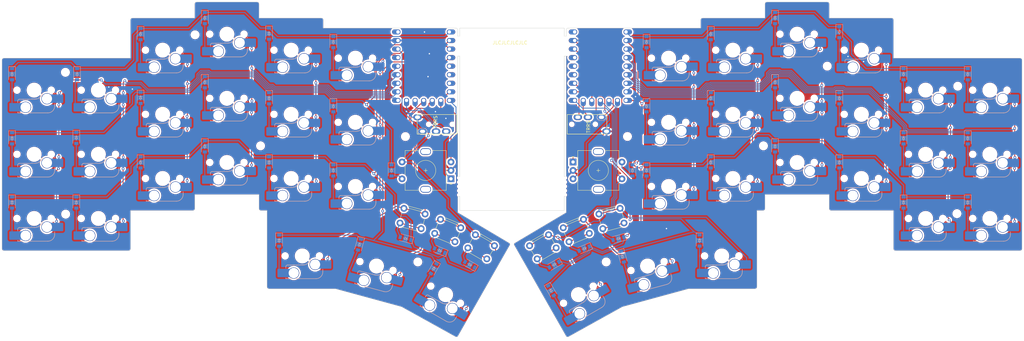
<source format=kicad_pcb>
(kicad_pcb (version 20221018) (generator pcbnew)
  (layers (0 "F.Cu" signal) (31 "B.Cu" signal) (34 "B.Paste" user) (35 "F.Paste" user) (36 "B.SilkS" user "B.Silkscreen") (37 "F.SilkS" user "F.Silkscreen") (38 "B.Mask" user) (39 "F.Mask" user) (44 "Edge.Cuts" user))
  (net 0 "")
  (net 1 "L_ROW1")
  (net 2 "Net-(D1-A)")
  (net 3 "Net-(D2-A)")
  (net 4 "Net-(D3-A)")
  (net 5 "Net-(D4-A)")
  (net 6 "Net-(D5-A)")
  (net 7 "Net-(D6-A)")
  (net 8 "L_ROW2")
  (net 9 "Net-(D7-A)")
  (net 10 "Net-(D8-A)")
  (net 11 "Net-(D9-A)")
  (net 12 "Net-(D10-A)")
  (net 13 "Net-(D11-A)")
  (net 14 "Net-(D12-A)")
  (net 15 "Net-(D13-A)")
  (net 16 "L_ROW3")
  (net 17 "Net-(D14-A)")
  (net 18 "Net-(D15-A)")
  (net 19 "Net-(D16-A)")
  (net 20 "Net-(D17-A)")
  (net 21 "Net-(D18-A)")
  (net 22 "Net-(D19-A)")
  (net 23 "Net-(D20-A)")
  (net 24 "Net-(D21-A)")
  (net 25 "Net-(D22-A)")
  (net 26 "L_ROW4")
  (net 27 "Net-(D23-A)")
  (net 28 "Net-(D24-A)")
  (net 29 "Net-(D25-A)")
  (net 30 "L_GND")
  (net 31 "L_TX")
  (net 32 "L_RX")
  (net 33 "L_VCC")
  (net 34 "L_COL1")
  (net 35 "L_COL2")
  (net 36 "L_COL3")
  (net 37 "L_COL4")
  (net 38 "L_COL5")
  (net 39 "L_COL6")
  (net 40 "L_ROTA")
  (net 41 "L_ROTB")
  (net 42 "L_COL9")
  (net 43 "L_COL7")
  (net 44 "L_COL8")
  (net 49 "R_ROW1")
  (net 50 "Net-(D26-A)")
  (net 51 "Net-(D27-A)")
  (net 52 "Net-(D28-A)")
  (net 53 "Net-(D29-A)")
  (net 54 "Net-(D30-A)")
  (net 55 "Net-(D31-A)")
  (net 56 "R_ROW2")
  (net 57 "Net-(D32-A)")
  (net 58 "Net-(D33-A)")
  (net 59 "Net-(D34-A)")
  (net 60 "Net-(D35-A)")
  (net 61 "Net-(D36-A)")
  (net 62 "Net-(D37-A)")
  (net 63 "Net-(D38-A)")
  (net 64 "R_ROW3")
  (net 65 "Net-(D39-A)")
  (net 66 "Net-(D40-A)")
  (net 67 "Net-(D41-A)")
  (net 68 "Net-(D42-A)")
  (net 69 "Net-(D43-A)")
  (net 70 "Net-(D44-A)")
  (net 71 "Net-(D45-A)")
  (net 72 "Net-(D46-A)")
  (net 73 "Net-(D47-A)")
  (net 74 "R_ROW4")
  (net 75 "Net-(D48-A)")
  (net 76 "Net-(D49-A)")
  (net 77 "Net-(D50-A)")
  (net 78 "R_GND")
  (net 79 "R_TX")
  (net 80 "R_RX")
  (net 81 "R_VCC")
  (net 82 "R_COL6")
  (net 83 "R_COL5")
  (net 84 "R_COL4")
  (net 85 "R_COL3")
  (net 86 "R_COL2")
  (net 87 "R_COL1")
  (net 88 "R_ROTA")
  (net 89 "R_ROTB")
  (net 90 "R_COL9")
  (net 91 "R_COL8")
  (net 92 "R_COL7")
  (footprint "sepp:SW_MX_HS_1u" (layer "F.Cu") (at 142.36665 62.327749)
    (fp_text reference "SW6" hide)
    (fp_text value "MX_SW_HS" hide)
  )
  (footprint "MountingHole:MountingHole_2.2mm_M2_DIN965" (layer "F.Cu") (at 56.391654 66.53775)
    (fp_text reference "H1" hide)
    (fp_text value "MountingHole")
  )
  (footprint "sepp:SW_MX_HS_1u" (layer "F.Cu") (at 123.316649 59.95275)
    (fp_text reference "SW5" hide)
    (fp_text value "MX_SW_HS" hide)
  )
  (footprint "sepp:SW_MX_HS_1u" (layer "F.Cu") (at 208.485599 132.552832 30)
    (fp_text reference "SW48" hide)
    (fp_text value "MX_SW_HS" hide)
  )
  (footprint "MountingHole:MountingHole_2.2mm_M2_DIN965" (layer "F.Cu") (at 320.716651 108.502751)
    (fp_text reference "H11" hide)
    (fp_text value "MountingHole" hide)
  )
  (footprint "sepp:SW_MX_HS_1u" (layer "F.Cu") (at 235.235599 62.327798)
    (fp_text reference "SW26" hide)
    (fp_text value "MX_SW_HS" hide)
  )
  (footprint "sepp:SW_MX_HS_1u" (layer "F.Cu") (at 250.985601 121.052829)
    (fp_text reference "SW50" hide)
    (fp_text value "MX_SW_HS" hide)
  )
  (footprint "sepp:SW_MX_HS_1u" (layer "F.Cu") (at 292.3856 79.002813)
    (fp_text reference "SW36" hide)
    (fp_text value "MX_SW_HS" hide)
  )
  (footprint "sepp:rp2040-zero-tht" (layer "F.Cu") (at 214.99496 64.709051)
    (fp_text reference "U2" hide)
    (fp_text value "rp2040-zero" hide)
  )
  (footprint "sepp:SW_MX_HS_1u" (layer "F.Cu") (at 142.366652 81.377754)
    (fp_text reference "SW12" hide)
    (fp_text value "MX_SW_HS" hide)
  )
  (footprint "sepp:SW_MX_HS_1u" (layer "F.Cu") (at 47.116653 90.877749)
    (fp_text reference "SW7" hide)
    (fp_text value "MX_SW_HS" hide)
  )
  (footprint "sepp:SW_MX_HS_1u" (layer "F.Cu") (at 311.435597 71.827799)
    (fp_text reference "SW30" hide)
    (fp_text value "MX_SW_HS" hide)
  )
  (footprint "sepp:SW_MX_HS_1u" (layer "F.Cu") (at 254.285599 79.002816)
    (fp_text reference "SW34" hide)
    (fp_text value "MX_SW_HS" hide)
  )
  (footprint "sepp:MJ-4PP-9" (layer "F.Cu") (at 172.579151 81.97313 -90)
    (fp_text reference "J1")
    (fp_text value "MJ-4PP-9" hide)
  )
  (footprint "sepp:actionswitch" (layer "F.Cu") (at 167.609458 110.202177 -22.5)
    (fp_text reference "SW21" hide)
    (fp_text value "actionswitch")
  )
  (footprint "sepp:SW_MX_HS_1u" (layer "F.Cu") (at 47.116653 71.82775)
    (fp_text reference "SW1" hide)
    (fp_text value "MX_SW_HS" hide)
  )
  (footprint "MountingHole:MountingHole_2.2mm_M2_DIN965" (layer "F.Cu") (at 160.881652 122.837747)
    (fp_text reference "H10" hide)
    (fp_text value "MountingHole")
  )
  (footprint "sepp:breakaway-mousebites" (layer "F.Cu") (at 173.345652 100.417753 90)
    (fp_text reference "H15" hide)
    (fp_text value "mousebites" hide)
  )
  (footprint "sepp:actionswitch" (layer "F.Cu") (at 194.013019 118.025273 30)
    (fp_text reference "SW39" hide)
    (fp_text value "actionswitch")
  )
  (footprint "sepp:SW_MX_HS_1u" (layer "F.Cu") (at 123.316653 79.00275)
    (fp_text reference "SW11" hide)
    (fp_text value "MX_SW_HS" hide)
  )
  (footprint "sepp:SW_MX_HS_1u" (layer "F.Cu") (at 273.335603 55.202797)
    (fp_text reference "SW28" hide)
    (fp_text value "MX_SW_HS" hide)
  )
  (footprint "MountingHole:MountingHole_2.2mm_M2_DIN965" (layer "F.Cu") (at 223.031252 85.588054)
    (fp_text reference "H4" hide)
    (fp_text value "MountingHole" hide)
  )
  (footprint "sepp:SW_MX_HS_1u" (layer "F.Cu") (at 330.485599 90.877813)
    (fp_text reference "SW38" hide)
    (fp_text value "MX_SW_HS" hide)
  )
  (footprint "sepp:breakaway-mousebites" (layer "F.Cu") (at 204.79165 100.402752 90)
    (fp_text reference "H16" hide)
    (fp_text value "mousebites" hide)
  )
  (footprint "sepp:SW_MX_HS_1u" (layer "F.Cu") (at 126.616649 121.052751)
    (fp_text reference "SW23" hide)
    (fp_text value "MX_SW_HS" hide)
  )
  (footprint "sepp:SW_MX_HS_1u" (layer "F.Cu") (at 142.366651 100.42775)
    (fp_text reference "SW19" hide)
    (fp_text value "MX_SW_HS" hide)
  )
  (footprint "sepp:breakaway-mousebites" (layer "F.Cu") (at 204.765503 58.727752 90)
    (fp_text reference "H14" hide)
    (fp_text value "mousebites" hide)
  )
  (footprint "sepp:SW_MX_HS_1u" (layer "F.Cu") (at 292.385594 59.952798)
    (fp_text reference "SW29" hide)
    (fp_text value "MX_SW_HS" hide)
  )
  (footprint "sepp:rp2040-zero-tht" (layer "F.Cu") (at 162.607279 64.709)
    (fp_text reference "U1" hide)
    (fp_text value "rp2040-zero" hide)
  )
  (footprint "sepp:SW_MX_HS_1u" (layer "F.Cu") (at 104.266652 55.20275)
    (fp_text reference "SW4" hide)
    (fp_text value "MX_SW_HS" hide)
  )
  (footprint "sepp:SW_MX_HS_1u" (layer "F.Cu") (at 66.166653 90.877752)
    (fp_text reference "SW8" hide)
    (fp_text value "MX_SW_HS" hide)
  )
  (footprint "MountingHole:MountingHole_2.2mm_M2_DIN965" (layer "F.Cu") (at 94.831651 55.39775)
    (fp_text reference "H5" hide)
    (fp_text value "MountingHole")
  )
  (footprint "MountingHole:MountingHole_2.2mm_M2_DIN965" (layer "F.Cu") (at 216.7206 122.83783)
    (fp_text reference "H3" hide)
    (fp_text value "MountingHole" hide)
  )
  (footprint "sepp:SW_MX_HS_1u" (layer "F.Cu") (at 228.9856 124.05283 15)
    (fp_text reference "SW49" hide)
    (fp_text value "MX_SW_HS" hide)
  )
  (footprint "sepp:actionswitch" (layer "F.Cu") (at 177.959959 114.775584 -30)
    (fp_text reference "SW22" hide)
    (fp_text value "actionswitch")
  )
  (footprint "MountingHole:MountingHole_2.2mm_M2_DIN965" (layer "F.Cu") (at 320.960673 70.662184)
    (fp_text reference "H7" hide)
    (fp_text value "MountingHole" hide)
  )
  (footprint "MountingHole:MountingHole_2.2mm_M2_DIN965" (layer "F.Cu") (at 282.265327 64.709052)
    (fp_text reference "H8" hide)
    (fp_text value "MountingHole" hide)
  )
  (footprint "sepp:SW_MX_HS_1u" (layer "F.Cu") (at 47.116649 109.927752)
    (fp_text reference "SW14" hide)
    (fp_text value "MX_SW_HS" hide)
  )
  (footprint "sepp:SW_MX_HS_1u" (layer "F.Cu") (at 104.266652 74.252753)
    (fp_text reference "SW10" hide)
    (fp_text value "MX_SW_HS" hide)
  )
  (footprint "sepp:SW_MX_HS_1u" (layer "F.Cu") (at 148.616652 124.05275 -15)
    (fp_text reference "SW24" hide)
    (fp_text value "MX_SW_HS" hide)
  )
  (footprint "sepp:SW_MX_HS_1u" (layer "F.Cu") (at 85.216651 79.00275)
    (fp_text reference "SW9" hide)
    (fp_text value "MX_SW_HS" hide)
  )
  (footprint "sepp:SW_MX_HS_1u" (layer "F.Cu") (at 104.266651 93.302749)
    (fp_text reference "SW17" hide)
    (fp_text value "MX_SW_HS" hide)
  )
  (footprint "sepp:SW_MX_HS_1u" (layer "F.Cu") (at 235.235597 100.42783)
    (fp_text reference "SW42" hide)
    (fp_text value "MX_SW_HS" hide)
  )
  (footprint "sepp:SW_MX_HS_1u" (layer "F.Cu") (at 85.216649 98.052755)
    (fp_text reference "SW16" hide)
    (fp_text value "MX_SW_HS" hide)
  )
  (footprint "sepp:RotaryEncoder_EC11" (layer "F.Cu") (at 163.202723 95.665327 180)
    (fp_text reference "SW13")
    (fp_text value "RotaryEncoder_Switch")
  )
  (footprint "sepp:SW_MX_HS_1u" (layer "F.Cu") (at 66.166651 109.927751)
    (fp_text reference "SW15" hide)
    (fp_text value "MX_SW_HS" hide)
  )
  (footprint "sepp:SW_MX_HS_1u" (layer "F.Cu") (at 311.4356 109.92783)
    (fp_text reference "SW46" hide)
    (fp_text value "MX_SW_HS" hide)
  )
  (footprint "sepp:actionswitch" (layer "F.Cu") (at 214.565001 108.61066 15)
    (fp_text reference "SW41" hide)
    (fp_text value "actionswitch")
  )
  (footprint "sepp:breakaway-mousebites" (layer "F.Cu") (at 173.345651 58.717752 90)
    (fp_text reference "H13" hide)
    (fp_text value "mousebites" hide)
  )
  (footprint "sepp:SW_MX_HS_1u" (layer "F.Cu") (at 292.385598 98.052833)
    (fp_text reference "SW45" hide)
    (fp_text value "MX_SW_HS" hide)
  )
  (footprint "sepp:actionswitch" (layer "F.Cu") (at 156.758958 106.928769 -15)
    (fp_text reference "SW20" hide)
    (fp_text value "actionswitch")
  )
  (footprint "sepp:actionswitch" (layer "F.Cu") (at 203.987954 112.688824 22.5)
    (fp_text reference "SW40" hide)
    (fp_text value "actionswitch")
  )
  (footprint "sepp:MJ-4PP-9" (layer "F.Cu") (at 205.022957 81.973048 90)
    (fp_text reference "J2")
    (fp_text value "MJ-4PP-9" hide)
  )
  (footprint "sepp:SW_MX_HS_1u" (layer "F.Cu") (at 235.235598 81.377816)
    (fp_text reference "SW33" hide)
    (fp_text value "MX_SW_HS" hide)
  )
  (footprint "sepp:SW_MX_HS_1u" (layer "F.Cu") (at 311.435599 90.877814)
    (fp_text reference "SW37" hide)
    (fp_text value "MX_SW_HS" hide)
  )
  (footprint "sepp:SW_MX_HS_1u" (layer "F.Cu") (at 273.335601 93.302834)
    (fp_text reference "SW44" hide)
    (fp_text value "MX_SW_HS" hide)
  )
  (footprint "sepp:SW_MX_HS_1u" (layer "F.Cu") (at 123.316653 98.05275)
    (fp_text reference "SW18" hide)
    (fp_text value "MX_SW_HS" hide)
  )
  (footprint "sepp:RotaryEncoder_EC11" (layer "F.Cu") (at 214.399599 95.665833)
    (fp_text reference "SW32")
    (fp_text value "RotaryEncoder_Switch")
  )
  (footprint "sepp:SW_MX_HS_1u" (layer "F.Cu") (at 330.485598 71.827798)
    (fp_text reference "SW31" hide)
    (fp_text value "MX_SW_HS" hide)
  )
  (footprint "sepp:SW_MX_HS_1u" (layer "F.Cu") (at 254.2856 59.952798)
    (fp_text reference "SW27" hide)
    (fp_text value "MX_SW_HS" hide)
  )
  (footprint "sepp:SW_MX_HS_1u" (layer "F.Cu") (at 273.3356 74.252813)
    (fp_text reference "SW35" hide)
    (fp_text value "MX_SW_HS" hide)
  )
  (footprint "sepp:SW_MX_HS_1u" (layer "F.Cu") (at 169.116653 132.552752 -30)
    (fp_text reference "SW25" hide)
    (fp_text value "MX_SW_HS" hide)
  )
  (footprint "sepp:SW_MX_HS_1u" (layer "F.Cu") (at 330.485599 109.927834)
    (fp_text reference "SW47" hide)
    (fp_text value "MX_SW_HS" hide)
  )
  (footprint "MountingHole:MountingHole_2.2mm_M2_DIN965" (layer "F.Cu") (at 157.202368 85.61161)
    (fp_text reference "H9" hide)
    (fp_text value "MountingHole")
  )
  (footprint "MountingHole:MountingHole_2.2mm_M2_DIN965" (layer "F.Cu") (at 114.251654 88.367751)
    (fp_text reference "H6" hide)
    (fp_text value "MountingHole")
  )
  (footprint "MountingHole:MountingHole_2.2mm_M2_DIN965" (layer "F.Cu") (at 56.461651 108.647748)
    (fp_text reference "H2" hide)
    (fp_text value "MountingHole")
  )
  (footprint "sepp:SW_MX_HS_1u" (layer "F.Cu") (at 85.216651 59.952751)
    (fp_text reference "SW3" hide)
    (fp_text value "MX_SW_HS" hide)
  )
  (footprint "sepp:SW_MX_HS_1u" (layer "F.Cu") (at 254.285601 98.05283)
    (fp_text reference "SW43" hide)
    (fp_text value "MX_SW_HS" hide)
  )
  (footprint "MountingHole:MountingHole_2.2mm_M2_DIN965" (layer "F.Cu") (at 263.350597 88.367816)
    (fp_text reference "H12" hide)
    (fp_text value "MountingHole" hide)
  )
  (footprint "sepp:SW_MX_HS_1u" (layer "F.Cu") (at 66.166653 71.827751)
    (fp_text reference "SW2" hide)
    (fp_text value "MX_SW_HS" hide)
  )
  (footprint "sepp:D_SOD-123" (layer "B.Cu") (at 221.5434 121.263785 -75)
    (fp_text reference "D49" hide)
    (fp_text value "1N4148W")
  )
  (footprint "sepp:D_SOD-123" (layer "B.Cu") (at 285.837204 54.588726 -90)
    (fp_text reference "D29" hide)
    (fp_text value "1N4148W")
  )
  (footprint "sepp:D_SOD-123" (layer "B.Cu") (at 116.768315 55.048105 -90)
    (fp_text reference "D5" hide)
    (fp_text value "1N4148W")
  )
  (footprint "sepp:D_SOD-123" (layer "B.Cu") (at 78.66828 93.284076 -90)
    (fp_text reference "D16" hide)
    (fp_text value "1N4148W")
  )
  (footprint "sepp:D_SOD-123" (layer "B.Cu") (at 228.687158 76.615313 -90)
    (fp_text reference "D33" hide)
    (fp_text value "1N4148W")
  )
  (footprint "sepp:D_SOD-123" (layer "B.Cu") (at 97.718299 88.521572 -90)
    (fp_text reference "D17" hide)
    (fp_text value "1N4148W")
  )
  (footprint "sepp:D_SOD-123" (layer "B.Cu") (at 153.082406 95.665327 -90)
    (fp_text reference "D13" hide)
    (fp_text value "1N4148W")
  )
  (footprint "sepp:D_SOD-123" (layer "B.Cu") (at 200.352528 131.361164 -60)
    (fp_text reference "D48" hide)
    (fp_text value "1N4148W")
  )
  (footprint "sepp:D_SOD-123" (layer "B.Cu") (at 165.583978 124.835663 -120)
    (fp_text reference "D25" hide)
    (fp_text value "1N4148W")
  )
  (footprint "sepp:D_SOD-123" (layer "B.Cu") (at 266.787189 50.421536 -90)
    (fp_text reference "D28" hide)
    (fp_text value "1N4148W")
  )
  (footprint "sepp:D_SOD-123" (layer "B.Cu") (at 323.937236 67.090302 -90)
    (fp_text reference "D31" hide)
    (fp_text value "1N4148W")
  )
  (footprint "sepp:D_SOD-123" (layer "B.Cu") (at 40.568249 67.090303 -90)
    (fp_text reference "D1" hide)
    (fp_text value "1N4148W")
  )
  (footprint "sepp:D_SOD-123" (layer "B.Cu") (at 59.851651 67.087753 -90)
    (fp_text reference "D2" hide)
    (fp_text value "1N4148W")
  )
  (footprint "sepp:D_SOD-123" (layer "B.Cu") (at 135.818329 76.615308 -90)
    (fp_text reference "D12" hide)
    (fp_text value "1N4148W")
  )
  (footprint "sepp:D_SOD-123" (layer "B.Cu") (at 78.66828 55.184046 -90)
    (fp_text reference "D3" hide)
    (fp_text value "1N4148W")
  )
  (footprint "sepp:D_SOD-123" (layer "B.Cu") (at 224.519965 95.665329 -90)
    (fp_text reference "D32" hide)
    (fp_text value "1N4148W")
  )
  (footprint "sepp:D_SOD-123" (layer "B.Cu") (at 201.30276 123.645036 -150)
    (fp_text reference "D39" hide)
    (fp_text value "1N4148W")
  )
  (footprint "sepp:D_SOD-123" (layer "B.Cu") (at 97.718297 69.471555 -90)
    (fp_text reference "D10" hide)
    (fp_text value "1N4148W")
  )
  (footprint "sepp:D_SOD-123" (layer "B.Cu") (at 210.232453 118.882532 -157.5)
    (fp_text reference "D40" hide)
    (fp_text value "1N4148W")
  )
  (footprint "sepp:D_SOD-123" (layer "B.Cu") (at 304.887219 105.190334 -90)
    (fp_text reference "D46" hide)
    (fp_text value "1N4148W")
  )
  (footprint "sepp:D_SOD-123" (layer "B.Cu") (at 59.618266 105.190335 -90)
    (fp_text reference "D15" hide)
    (fp_text value "1N4148W")
  )
  (footprint "sepp:D_SOD-123" (layer "B.Cu") (at 323.937237 105.190334 -90)
    (fp_text reference "D47" hide)
    (fp_text value "1N4148W")
  )
  (footprint "sepp:D_SOD-123" (layer "B.Cu") (at 59.618266 86.00438 -90)
    (fp_text reference "D8" hide)
    (fp_text value "1N4148W")
  )
  (footprint "sepp:D_SOD-123" (layer "B.Cu") (at 323.937237 86.140318 -90)
    (fp_text reference "D38" hide)
    (fp_text value "1N4148W")
  )
  (footprint "sepp:D_SOD-123" (layer "B.Cu") (at 304.887225 67.090303 -90)
    (fp_text reference "D30" hide)
    (fp_text value "1N4148W")
  )
  (footprint "sepp:D_SOD-123" (layer "B.Cu") (at 135.818329 95.665326 -90)
    (fp_text reference "D19" hide)
    (fp_text value "1N4148W")
  )
  (footprint "sepp:D_SOD-123" (layer "B.Cu") (at 143.557398 117.691905 -105)
    (fp_text reference "D24" hide)
    (fp_text value "1N4148W")
  )
  (footprint "sepp:D_SOD-123" (layer "B.Cu") (at 116.768313 74.234059 -90)
    (fp_text reference "D11" hide)
    (fp_text value "1N4148W")
  )
  (footprint "sepp:D_SOD-123" (layer "B.Cu") (at 176.299615 123.645039 150)
    (fp_text reference "D22" hide)
    (fp_text value "1N4148W")
  )
  (footprint "sepp:D_SOD-123" (layer "B.Cu") (at 244.405691 116.478338 -90)
    (fp_text reference "D50" hide)
    (fp_text value "1N4148W")
  )
  (footprint "sepp:D_SOD-123" (layer "B.Cu") (at 220.352775 115.905968 -165)
    (fp_text reference "D41" hide)
    (fp_text value "1N4148W")
  )
  (footprint "sepp:D_SOD-123" (layer "B.Cu") (at 228.687157 95.665327 -90)
    (fp_text reference "D42" hide)
    (fp_text value "1N4148W")
  )
  (footprint "sepp:D_SOD-123" (layer "B.Cu") (at 247.737172 74.23406 -90)
    (fp_text reference "D34" hide)
    (fp_text value "1N4148W")
  )
  (footprint "sepp:D_SOD-123" (layer "B.Cu") (at 304.887221 86.140321 -90)
    (fp_text reference "D37" hide)
    (fp_text value "1N4148W")
  )
  (footprint "sepp:D_SOD-123" (layer "B.Cu") (at 167.369918 119.477846 157.5)
    (fp_text reference "D21" hide)
    (fp_text value "1N4148W")
  )
  (footprint "sepp:D_SOD-123" (layer "B.Cu") (at 266.787189 88.52157 -90)
    (fp_text reference "D44" hide)
    (fp_text value "1N4148W")
  )
  (footprint "sepp:D_SOD-123" (layer "B.Cu") (at 228.687158 57.565294 -90)
    (fp_text reference "D26" hide)
    (fp_text value "1N4148W")
  )
  (footprint "sepp:D_SOD-123" (layer "B.Cu") (at 97.718297 50.421539 -90)
    (fp_text reference "D4" hide)
    (fp_text value "1N4148W")
  )
  (footprint "sepp:D_SOD-123" (layer "B.Cu") (at 78.66828 74.098118 -90)
    (fp_text reference "D9" hide)
    (fp_text value "1N4148W")
  )
  (footprint "sepp:D_SOD-123" (layer "B.Cu") (at 247.737173 55.184041 -90)
    (fp_text reference "D27" hide)
    (fp_text value "1N4148W")
  )
  (footprint "sepp:D_SOD-123" (layer "B.Cu") (at 285.8372 93.284075 -90)
    (fp_text reference "D45" hide)
    (fp_text value "1N4148W")
  )
  (footprint "sepp:D_SOD-123" (layer "B.Cu") (at 135.818327 57.565295 -90)
    (fp_text reference "D6" hide)
    (fp_text value "1N4148W")
  )
  (footprint "sepp:D_SOD-123" (layer "B.Cu") (at 247.737172 93.284072 -90)
    (fp_text reference "D43" hide)
    (fp_text value "1N4148W")
  )
  (footprint "sepp:D_SOD-123" (layer "B.Cu") (at 285.837206 74.234057 -90)
    (fp_text reference "D36" hide)
    (fp_text value "1N4148W")
  )
  (footprint "sepp:D_SOD-123" (layer "B.Cu") (at 157.249599 115.905969 165)
    (fp_text reference "D20" hide)
    (fp_text value "1N4148W")
  )
  (footprint "sepp:D_SOD-123" (layer "B.Cu") (at 266.787189 69.471553 -90)
    (fp_text reference "D35" hide)
    (fp_text value "1N4148W")
  )
  (footprint "sepp:D_SOD-123" (layer "B.Cu") (at 40.568249 86.140318 -90)
    (fp_text reference "D7" hide)
    (fp_text value "1N4148W")
  )
  (footprint "sepp:D_SOD-123" (layer "B.Cu") (at 119.744876 116.501281 -90)
    (fp_text reference "D23" hide)
    (fp_text value "1N4148W")
  )
  (footprint "sepp:D_SOD-123" (layer "B.Cu") (at 40.568248 105.190333 -90)
    (fp_text reference "D14" hide)
    (fp_text value "1N4148W")
  )
  (footprint "sepp:D_SOD-123" (layer "B.Cu") (at 116.768313 93.284076 -90)
    (fp_text reference "D18" hide)
    (fp_text value "1N4148W")
  )
  (gr_arc (start 263.810624 106.976273) (mid 263.636222 107.397167) (end 263.21531 107.571584) (stroke (width 0.1)) (layer "Edge.Cuts"))
  (gr_line (start 204.279324 61.732487) (end 204.874637 61.732486) (stroke (width 0.1)) (layer "Edge.Cuts"))
  (gr_line (start 116.768313 130.788793) (end 136.413642 130.788791) (stroke (width 0.1)) (layer "Edge.Cuts"))
  (gr_line (start 204.874636 108.166899) (end 189.570861 117.270957) (stroke (width 0.1)) (layer "Edge.Cuts"))
  (gr_line (start 263.810624 106.976273) (end 263.810623 102.809082) (stroke (width 0.1)) (layer "Edge.Cuts"))
  (gr_arc (start 302.505969 119.477847) (mid 302.085016 119.303489) (end 301.910656 118.882536) (stroke (width 0.1)) (layer "Edge.Cuts"))
  (gr_arc (start 94.741732 46.254349) (mid 94.916067 45.833371) (end 95.337044 45.659036) (stroke (width 0.1)) (layer "Edge.Cuts"))
  (gr_arc (start 37.591686 62.923114) (mid 37.766088 62.502201) (end 38.186996 62.327799) (stroke (width 0.1)) (layer "Edge.Cuts"))
  (gr_line (start 38.186998 119.477849) (end 75.096405 119.477846) (stroke (width 0.1)) (layer "Edge.Cuts"))
  (gr_line (start 188.031511 117.270959) (end 172.727734 108.166902) (stroke (width 0.1)) (layer "Edge.Cuts"))
  (gr_line (start 132.841765 53.398105) (end 132.841761 51.016853) (stroke (width 0.1)) (layer "Edge.Cuts"))
  (gr_line (start 204.874636 103.404393) (end 204.874636 108.166899) (stroke (width 0.1)) (layer "Edge.Cuts"))
  (gr_line (start 172.727733 97.451268) (end 172.727735 62.327799) (stroke (width 0.1)) (layer "Edge.Cuts"))
  (gr_line (start 156.058971 136.146612) (end 172.132422 145.076307) (stroke (width 0.1)) (layer "Edge.Cuts"))
  (gr_line (start 263.810621 50.42154) (end 245.355925 50.421536) (stroke (width 0.1)) (layer "Edge.Cuts"))
  (gr_arc (start 283.455955 107.571586) (mid 283.035061 107.397189) (end 282.860637 106.976272) (stroke (width 0.1)) (layer "Edge.Cuts"))
  (gr_line (start 204.874638 55.779354) (end 204.874637 53.993417) (stroke (width 0.1)) (layer "Edge.Cuts"))
  (gr_line (start 172.727736 61.732488) (end 173.32305 61.732486) (stroke (width 0.1)) (layer "Edge.Cuts"))
  (gr_arc (start 261.429369 130.19348) (mid 261.255004 130.614449) (end 260.834058 130.788794) (stroke (width 0.1)) (layer "Edge.Cuts"))
  (gr_line (start 132.246453 50.421537) (end 113.79175 50.421543) (stroke (width 0.1)) (layer "Edge.Cuts"))
  (gr_arc (start 172.132421 53.398103) (mid 172.553405 53.572454) (end 172.727735 53.993418) (stroke (width 0.1)) (layer "Edge.Cuts"))
  (gr_arc (start 189.3965 117.691909) (mid 189.441843 117.464104) (end 189.570861 117.270957) (stroke (width 0.1)) (layer "Edge.Cuts"))
  (gr_arc (start 205.469951 145.076306) (mid 205.148642 145.069874) (end 204.874637 144.901944) (stroke (width 0.1)) (layer "Edge.Cuts"))
  (gr_line (start 221.543401 136.146612) (end 241.188733 130.788796) (stroke (width 0.1)) (layer "Edge.Cuts"))
  (gr_arc (start 113.196434 45.659034) (mid 113.617398 45.83339) (end 113.791748 46.254347) (stroke (width 0.1)) (layer "Edge.Cuts"))
  (gr_line (start 204.279325 53.398103) (end 173.323044 53.398107) (stroke (width 0.1)) (layer "Edge.Cuts"))
  (gr_line (start 172.727735 62.327799) (end 172.727736 61.732488) (stroke (width 0.1)) (layer "Edge.Cuts"))
  (gr_line (start 172.727735 53.993418) (end 172.727735 55.779359) (stroke (width 0.1)) (layer "Edge.Cuts"))
  (gr_arc (start 244.760611 51.016853) (mid 244.934979 50.595929) (end 245.355925 50.421536) (stroke (width 0.1)) (layer "Edge.Cuts"))
  (gr_line (start 172.727733 144.901942) (end 188.205872 117.691909) (stroke (width 0.1)) (layer "Edge.Cuts"))
  (gr_line (start 301.910658 62.327799) (end 301.910655 51.016852) (stroke (width 0.1)) (layer "Edge.Cuts"))
  (gr_line (start 263.810623 102.809082) (end 282.860639 102.80908) (stroke (width 0.1)) (layer "Edge.Cuts"))
  (gr_line (start 173.323047 97.451268) (end 172.727733 97.451268) (stroke (width 0.1)) (layer "Edge.Cuts"))
  (gr_line (start 94.741734 102.809082) (end 113.791749 102.809083) (stroke (width 0.1)) (layer "Edge.Cuts"))
  (gr_line (start 339.415374 62.327798) (end 301.910658 62.327799) (stroke (width 0.1)) (layer "Edge.Cuts"))
  (gr_arc (start 340.010686 118.882536) (mid 339.836354 119.303499) (end 339.415373 119.477846) (stroke (width 0.1)) (layer "Edge.Cuts"))
  (gr_line (start 205.469951 145.076306) (end 221.543401 136.146612) (stroke (width 0.1)) (layer "Edge.Cuts"))
  (gr_line (start 301.910659 107.571587) (end 301.910656 118.882536) (stroke (width 0.1)) (layer "Edge.Cuts"))
  (gr_line (start 302.505969 119.477847) (end 339.415373 119.477846) (stroke (width 0.1)) (layer "Edge.Cuts"))
  (gr_line (start 263.810623 46.254347) (end 263.810621 50.42154) (stroke (width 0.1)) (layer "Edge.Cuts"))
  (gr_line (start 189.3965 117.691909) (end 204.874637 144.901944) (stroke (width 0.1)) (layer "Edge.Cuts"))
  (gr_line (start 136.413642 130.788791) (end 156.058971 136.146612) (stroke (width 0.1)) (layer "Edge.Cuts"))
  (gr_arc (start 204.874637 53.993417) (mid 205.049036 53.572485) (end 205.469949 53.398103) (stroke (width 0.1)) (layer "Edge.Cuts"))
  (gr_line (start 94.741733 50.42154) (end 76.287027 50.421538) (stroke (width 0.1)) (layer "Edge.Cuts"))
  (gr_arc (start 94.741734 106.976275) (mid 94.567368 107.397235) (end 94.146422 107.571584) (stroke (width 0.1)) (layer "Edge.Cuts"))
  (gr_line (start 172.727735 55.779359) (end 173.323048 55.779355) (stroke (width 0.1)) (layer "Edge.Cuts"))
  (gr_arc (start 282.265328 45.659033) (mid 282.686262 45.833394) (end 282.860637 46.254349) (stroke (width 0.1)) (layer "Edge.Cuts"))
  (gr_line (start 75.691716 51.016853) (end 75.691716 62.327801) (stroke (width 0.1)) (layer "Edge.Cuts"))
  (gr_line (start 204.279325 103.404395) (end 204.874636 103.404393) (stroke (width 0.1)) (layer "Edge.Cuts"))
  (gr_line (start 113.79175 50.421543) (end 113.791748 46.254347) (stroke (width 0.1)) (layer "Edge.Cuts"))
  (gr_line (start 204.279325 107.571586) (end 204.279325 103.404395) (stroke (width 0.1)) (layer "Edge.Cuts"))
  (gr_line (start 172.727735 103.404395) (end 173.323047 103.404396) (stroke (width 0.1)) (layer "Edge.Cuts"))
  (gr_line (start 94.741734 106.976275) (end 94.741734 102.809082) (stroke (width 0.1)) (layer "Edge.Cuts"))
  (gr_line (start 116.173 107.571588) (end 116.173 130.193479) (stroke (width 0.1)) (layer "Edge.Cuts"))
  (gr_line (start 173.323049 107.571587) (end 204.279325 107.571586) (stroke (width 0.1)) (layer "Edge.Cuts"))
  (gr_line (start 301.315344 50.421542) (end 282.860641 50.421538) (stroke (width 0.1)) (layer "Edge.Cuts"))
  (gr_line (start 37.591686 62.923114) (end 37.591685 118.88253) (stroke (width 0.1)) (layer "Edge.Cuts"))
  (gr_line (start 172.727734 108.166902) (end 172.727735 103.404395) (stroke (width 0.1)) (layer "Edge.Cuts"))
  (gr_line (start 204.874636 97.451263) (end 204.279322 97.451268) (stroke (width 0.1)) (layer "Edge.Cuts"))
  (gr_line (start 173.32305 61.732486) (end 173.323048 62.327797) (stroke (width 0.1)) (layer "Edge.Cuts"))
  (gr_line (start 204.279325 55.779357) (end 204.874638 55.779354) (stroke (width 0.1)) (layer "Edge.Cuts"))
  (gr_line (start 282.265328 45.659033) (end 264.405936 45.659036) (stroke (width 0.1)) (layer "Edge.Cuts"))
  (gr_arc (start 188.031511 117.270959) (mid 188.160581 117.464085) (end 188.205872 117.691909) (stroke (width 0.1)) (layer "Edge.Cuts"))
  (gr_line (start 94.741732 46.254349) (end 94.741733 50.42154) (stroke (width 0.1)) (layer "Edge.Cuts"))
  (gr_arc (start 116.768313 130.788793) (mid 116.347379 130.614417) (end 116.173 130.193479) (stroke (width 0.1)) (layer "Edge.Cuts"))
  (gr_line (start 75.691716 62.327801) (end 38.186996 62.327799) (stroke (width 0.1)) (layer "Edge.Cuts"))
  (gr_line (start 173.323044 53.398107) (end 173.323048 55.779355) (stroke (width 0.1)) (layer "Edge.Cuts"))
  (gr_line (start 283.455955 107.571586) (end 301.910659 107.571587) (stroke (width 0.1)) (layer "Edge.Cuts"))
  (gr_line (start 75.691717 118.882532) (end 75.691714 107.571586) (stroke (width 0.1)) (layer "Edge.Cuts"))
  (gr_arc (start 132.246453 50.421537) (mid 132.667405 50.595901) (end 132.841761 51.016853) (stroke (width 0.1)) (layer "Edge.Cuts"))
  (gr_arc (start 114.387063 107.571588) (mid 113.966098 107.397229) (end 113.791748 106.976272) (stroke (width 0.1)) (layer "Edge.Cuts"))
  (gr_line (start 75.691714 107.571586) (end 94.146422 107.571584) (stroke (width 0.1)) (layer "Edge.Cuts"))
  (gr_line (start 173.323047 103.404396) (end 173.323049 107.571587) (stroke (width 0.1)) (layer "Edge.Cuts"))
  (gr_line (start 261.429369 130.19348) (end 261.42937 107.571588) (stroke (width 0.1)) (layer "Edge.Cuts"))
  (gr_arc (start 263.810623 46.254347) (mid 263.984958 45.833367) (end 264.405936 45.659036) (stroke (width 0.1)) (layer "Edge.Cuts"))
  (gr_line (start 113.791749 102.809083) (end 113.791748 106.976272) (stroke (width 0.1)) (layer "Edge.Cuts"))
  (gr_line (start 204.279325 55.779357) (end 204.279325 53.398103) (stroke (width 0.1)) (layer "Edge.Cuts"))
  (gr_arc (start 172.727733 144.901942) (mid 172.453723 145.069866) (end 172.132422 145.076307) (stroke (width 0.1)) (layer "Edge.Cuts"))
  (gr_line (start 113.196434 45.659034) (end 95.337044 45.659036) (stroke (width 0.1)) (layer "Edge.Cuts"))
  (gr_arc (start 339.415374 62.327798) (mid 339.836324 62.502166) (end 340.010687 62.923109) (stroke (width 0.1)) (layer "Edge.Cuts"))
  (gr_line (start 282.860641 50.421538) (end 282.860637 46.254349) (stroke (width 0.1)) (layer "Edge.Cuts"))
  (gr_line (start 114.387063 107.571588) (end 116.173 107.571588) (stroke (width 0.1)) (layer "Edge.Cuts"))
  (gr_arc (start 301.315344 50.421542) (mid 301.736298 50.595901) (end 301.910655 51.016852) (stroke (width 0.1)) (layer "Edge.Cuts"))
  (gr_line (start 340.010686 118.882536) (end 340.010687 62.923109) (stroke (width 0.1)) (layer "Edge.Cuts"))
  (gr_line (start 173.323048 62.327797) (end 173.323047 97.451268) (stroke (width 0.1)) (layer "Edge.Cuts"))
  (gr_line (start 204.279322 97.451268) (end 204.279324 61.732487) (stroke (width 0.1)) (layer "Edge.Cuts"))
  (gr_line (start 261.42937 107.571588) (end 263.21531 107.571584) (stroke (width 0.1)) (layer "Edge.Cuts"))
  (gr_line (start 244.760611 51.016853) (end 244.760608 53.398103) (stroke (width 0.1)) (layer "Edge.Cuts"))
  (gr_line (start 204.874637 61.732486) (end 204.874636 97.451263) (stroke (width 0.1)) (layer "Edge.Cuts"))
  (gr_arc (start 75.691716 51.016853) (mid 75.866077 50.595896) (end 76.287027 50.421538) (stroke (width 0.1)) (layer "Edge.Cuts"))
  (gr_arc (start 75.691717 118.882532) (mid 75.517365 119.303514) (end 75.096405 119.477846) (stroke (width 0.1)) (layer "Edge.Cuts"))
  (gr_line (start 282.860639 102.80908) (end 282.860637 106.976272) (stroke (width 0.1)) (layer "Edge.Cuts"))
  (gr_line (start 172.132421 53.398103) (end 132.841765 53.398105) (stroke (width 0.1)) (layer "Edge.Cuts"))
  (gr_arc (start 38.186998 119.477849) (mid 37.766023 119.303499) (end 37.591685 118.88253) (stroke (width 0.1)) (layer "Edge.Cuts"))
  (gr_line (start 241.188733 130.788796) (end 260.834058 130.788794) (stroke (width 0.1)) (layer "Edge.Cuts"))
  (gr_line (start 244.760608 53.398103) (end 205.469949 53.398103) (stroke (width 0.1)) (layer "Edge.Cuts"))
  (gr_text "JLCJLCJLCJLC" (at 188.191652 57.752751) (layer "F.SilkS") (effects (font (size 1 1))))
  (segment (start 59.85165 65.437749) (end 74.131652 65.437752) (width 0.25) (layer "B.Cu") (net 1))
  (segment (start 76.641653 62.927751) (end 76.641652 55.560671) (width 0.25) (layer "B.Cu") (net 1))
  (segment (start 59.85165 65.437749) (end 58.04165 63.627755) (width 0.25) (layer "B.Cu") (net 1))
  (segment (start 116.768313 53.398102) (end 119.285506 55.915297) (width 0.25) (layer "B.Cu") (net 1))
  (segment (start 109.58544 48.771542) (end 114.212001 53.398104) (width 0.25) (layer "B.Cu") (net 1))
  (segment (start 168.860983 55.915294) (end 170.227279 54.549001) (width 0.25) (layer "B.Cu") (net 1))
  (segment (start 119.285506 55.915297) (end 135.818329 55.915293) (width 0.25) (layer "B.Cu") (net 1))
  (segment (start 58.04165 63.627755) (end 42.3808 63.627749) (width 0.25) (layer "B.Cu") (net 1))
  (segment (start 78.668282 53.534046) (end 92.955792 53.534045) (width 0.25) (layer "B.Cu") (net 1))
  (segment (start 114.212001 53.398104) (end 116.768313 53.398102) (width 0.25) (layer "B.Cu") (net 1))
  (segment (start 92.955792 53.534045) (end 97.718295 48.771538) (width 0.25) (layer "B.Cu") (net 1))
  (segment (start 42.3808 63.627749) (end 40.568249 65.440304) (width 0.25) (layer "B.Cu") (net 1))
  (segment (start 76.641652 55.560671) (end 78.668282 53.534046) (width 0.25) (layer "B.Cu") (net 1))
  (segment (start 74.131652 65.437752) (end 76.641653 62.927751) (width 0.25) (layer "B.Cu") (net 1))
  (segment (start 135.818329 55.915293) (end 168.860983 55.915294) (width 0.25) (layer "B.Cu") (net 1))
  (segment (start 97.718295 48.771538) (end 109.58544 48.771542) (width 0.25) (layer "B.Cu") (net 1))
  (segment (start 40.568251 68.740303) (end 40.568248 76.449349) (width 0.25) (layer "B.Cu") (net 2))
  (segment (start 40.568248 76.449349) (end 41.026649 76.907753) (width 0.25) (layer "B.Cu") (net 2))
  (segment (start 59.85165 68.73775) (end 59.291652 69.297752) (width 0.25) (layer "B.Cu") (net 3))
  (segment (start 59.291652 76.12275) (end 60.076654 76.907749) (width 0.25) (layer "B.Cu") (net 3))
  (segment (start 59.291652 69.297752) (end 59.291652 76.12275) (width 0.25) (layer "B.Cu") (net 3))
  (segment (start 78.668281 56.834043) (end 78.668281 64.574382) (width 0.25) (layer "B.Cu") (net 4))
  (segment (start 78.668281 64.574382) (end 79.126651 65.03275) (width 0.25) (layer "B.Cu") (net 4))
  (segment (start 97.718295 59.824396) (end 98.176652 60.28275) (width 0.25) (layer "B.Cu") (net 5))
  (segment (start 97.718299 52.07154) (end 97.718295 59.824396) (width 0.25) (layer "B.Cu") (net 5))
  (segment (start 116.768312 56.698103) (end 116.768314 64.574415) (width 0.25) (layer "B.Cu") (net 6))
  (segment (start 116.768314 64.574415) (end 117.226654 65.032752) (width 0.25) (layer "B.Cu") (net 6))
  (segment (start 135.818329 66.949428) (end 136.276653 67.407749) (width 0.25) (layer "B.Cu") (net 7))
  (segment (start 135.818328 59.215294) (end 135.818329 66.949428) (width 0.25) (layer "B.Cu") (net 7))
  (segment (start 170.227277 57.089001) (end 168.954667 58.361609) (width 0.25) (layer "F.Cu") (net 8))
  (segment (start 168.954667 58.361609) (end 153.734386 58.361614) (width 0.25) (layer "F.Cu") (net 8))
  (segment (start 153.734386 58.361614) (end 148.152368 63.943632) (width 0.25) (layer "F.Cu") (net 8))
  (segment (start 148.152368 63.943632) (end 148.15237 73.611611) (width 0.25) (layer "F.Cu") (net 8))
  (segment (start 148.15237 73.611611) (end 145.61394 76.150038) (width 0.25) (layer "F.Cu") (net 8))
  (via (at 145.61394 76.150038) (size 0.8) (drill 0.4) (layers "F.Cu" "B.Cu") (net 8))
  (segment (start 93.091732 72.44812) (end 97.718299 67.821556) (width 0.25) (layer "B.Cu") (net 8))
  (segment (start 77.221282 72.44812) (end 78.668281 72.44812) (width 0.25) (layer "B.Cu") (net 8))
  (segment (start 67.815022 84.35438) (end 76.291652 75.877749) (width 0.25) (layer "B.Cu") (net 8))
  (segment (start 116.76831 72.584061) (end 133.437076 72.584058) (width 0.25) (layer "B.Cu") (net 8))
  (segment (start 133.437076 72.584058) (end 135.818329 74.965312) (width 0.25) (layer "B.Cu") (net 8))
  (segment (start 97.718299 67.821556) (end 112.005809 67.821554) (width 0.25) (layer "B.Cu") (net 8))
  (segment (start 59.618263 84.354378) (end 67.815022 84.35438) (width 0.25) (layer "B.Cu") (net 8))
  (segment (start 76.291651 73.377749) (end 77.221282 72.44812) (width 0.25) (layer "B.Cu") (net 8))
  (segment (start 144.429214 74.965308) (end 135.818329 74.965312) (width 0.25) (layer "B.Cu") (net 8))
  (segment (start 153.082407 83.618506) (end 144.429214 74.965308) (width 0.25) (layer "B.Cu") (net 8))
  (segment (start 112.005809 67.821554) (end 116.76831 72.584061) (width 0.25) (layer "B.Cu") (net 8))
  (segment (start 78.668281 72.44812) (end 93.091732 72.44812) (width 0.25) (layer "B.Cu") (net 8))
  (segment (start 76.291652 75.877749) (end 76.291651 73.377749) (width 0.25) (layer "B.Cu") (net 8))
  (segment (start 59.482326 84.490319) (end 59.618263 84.354378) (width 0.25) (layer "B.Cu") (net 8))
  (segment (start 153.082407 94.015326) (end 153.082407 83.618506) (width 0.25) (layer "B.Cu") (net 8))
  (segment (start 40.568248 84.490318) (end 59.482326 84.490319) (width 0.25) (layer "B.Cu") (net 8))
  (segment (start 40.568249 95.499347) (end 41.026652 95.957749) (width 0.25) (layer "B.Cu") (net 9))
  (segment (start 40.56825 87.79032) (end 40.568249 95.499347) (width 0.25) (layer "B.Cu") (net 9))
  (segment (start 59.618265 95.499361) (end 60.076651 95.957752) (width 0.25) (layer "B.Cu") (net 10))
  (segment (start 59.618262 87.654383) (end 59.618265 95.499361) (width 0.25) (layer "B.Cu") (net 10))
  (segment (start 78.66828 83.624381) (end 79.126653 84.082749) (width 0.25) (layer "B.Cu") (net 11))
  (segment (start 78.668279 75.748122) (end 78.66828 83.624381) (width 0.25) (layer "B.Cu") (net 11))
  (segment (start 97.718299 78.874394) (end 98.176651 79.33275) (width 0.25) (layer "B.Cu") (net 12))
  (segment (start 97.718298 71.121557) (end 97.718299 78.874394) (width 0.25) (layer "B.Cu") (net 12))
  (segment (start 116.768312 83.624412) (end 117.226655 84.082751) (width 0.25) (layer "B.Cu") (net 13))
  (segment (start 116.768313 75.884059) (end 116.768312 83.624412) (width 0.25) (layer "B.Cu") (net 13))
  (segment (start 135.81833 78.265312) (end 135.818328 85.999428) (width 0.25) (layer "B.Cu") (net 14))
  (segment (start 135.818328 85.999428) (end 136.276652 86.457753) (width 0.25) (layer "B.Cu") (net 14))
  (segment (start 153.082407 97.315326) (end 155.352728 97.315326) (width 0.25) (layer "B.Cu") (net 15))
  (segment (start 155.352728 97.315326) (end 156.202727 98.165328) (width 0.25) (layer "B.Cu") (net 15))
  (segment (start 157.702368 58.811611) (end 155.602368 60.911611) (width 0.25) (layer "F.Cu") (net 16))
  (segment (start 170.227276 59.629) (end 169.409888 58.81161) (width 0.25) (layer "F.Cu") (net 16))
  (segment (start 169.409888 58.81161) (end 157.702368 58.811611) (width 0.25) (layer "F.Cu") (net 16))
  (segment (start 148.696652 73.355896) (end 148.696653 95.767328) (width 0.25) (layer "F.Cu") (net 16))
  (segment (start 148.696653 95.767328) (end 147.827369 96.636612) (width 0.25) (layer "F.Cu") (net 16))
  (segment (start 148.602367 64.130027) (end 148.602367 73.26161) (width 0.25) (layer "F.Cu") (net 16))
  (segment (start 151.820783 60.911611) (end 148.602367 64.130027) (width 0.25) (layer "F.Cu") (net 16))
  (segment (start 148.602367 73.26161) (end 148.696652 73.355896) (width 0.25) (layer "F.Cu") (net 16))
  (segment (start 155.602368 60.911611) (end 151.820783 60.911611) (width 0.25) (layer "F.Cu") (net 16))
  (via (at 147.827369 96.636612) (size 0.8) (drill 0.4) (layers "F.Cu" "B.Cu") (net 16))
  (segment (start 155.852368 109.311611) (end 157.302368 109.311611) (width 0.25) (layer "B.Cu") (net 16))
  (segment (start 168.89432 120.109276) (end 170.080547 122.973083) (width 0.25) (layer "B.Cu") (net 16))
  (segment (start 145.206085 94.015328) (end 147.827369 96.636612) (width 0.25) (layer "B.Cu") (net 16))
  (segment (start 92.955793 91.634077) (end 97.718296 86.871571) (width 0.25) (layer "B.Cu") (net 16))
  (segment (start 177.39015 125.287024) (end 177.728555 124.470037) (width 0.25) (layer "B.Cu") (net 16))
  (segment (start 75.841652 96.327749) (end 75.841649 94.460705) (width 0.25) (layer "B.Cu") (net 16))
  (segment (start 158.843372 116.33302) (end 159.700809 118.403056) (width 0.25) (layer "B.Cu") (net 16))
  (segment (start 68.629067 103.540334) (end 75.841652 96.327749) (width 0.25) (layer "B.Cu") (net 16))
  (segment (start 154.102367 107.561611) (end 155.852368 109.311611) (width 0.25) (layer "B.Cu") (net 16))
  (segment (start 59.618263 103.540333) (end 68.629067 103.540334) (width 0.25) (layer "B.Cu") (net 16))
  (segment (start 170.080547 122.973083) (end 176.528523 125.643922) (width 0.25) (layer "B.Cu") (net 16))
  (segment (start 40.568251 103.540334) (end 59.618263 103.540333) (width 0.25) (layer "B.Cu") (net 16))
  (segment (start 176.528523 125.643922) (end 177.39015 125.287024) (width 0.25) (layer "B.Cu") (net 16))
  (segment (start 154.102368 102.911611) (end 154.102367 107.561611) (width 0.25) (layer "B.Cu") (net 16))
  (segment (start 116.768313 91.634075) (end 133.437077 91.634073) (width 0.25) (layer "B.Cu") (net 16))
  (segment (start 159.700809 118.403056) (end 166.92346 121.394775) (width 0.25) (layer "B.Cu") (net 16))
  (segment (start 147.827369 96.636612) (end 154.102368 102.911611) (width 0.25) (layer "B.Cu") (net 16))
  (segment (start 133.437077 91.634073) (end 135.818328 94.015328) (width 0.25) (layer "B.Cu") (net 16))
  (segment (start 135.818331 94.015327) (end 145.206085 94.015328) (width 0.25) (layer "B.Cu") (net 16))
  (segment (start 166.92346 121.394775) (end 168.659749 120.675584) (width 0.25) (layer "B.Cu") (net 16))
  (segment (start 107.785472 86.87157) (end 112.547972 91.634076) (width 0.25) (layer "B.Cu") (net 16))
  (segment (start 78.668279 91.634074) (end 92.955793 91.634077) (width 0.25) (layer "B.Cu") (net 16))
  (segment (start 75.841649 94.460705) (end 78.668279 91.634074) (width 0.25) (layer "B.Cu") (net 16))
  (segment (start 157.302368 109.311611) (end 158.843376 110.852618) (width 0.25) (layer "B.Cu") (net 16))
  (segment (start 168.659749 120.675584) (end 168.89432 120.109276) (width 0.25) (layer "B.Cu") (net 16))
  (segment (start 158.843376 110.852618) (end 158.843376 116.33302) (width 0.25) (layer "B.Cu") (net 16))
  (segment (start 97.718296 86.871571) (end 107.785472 86.87157) (width 0.25) (layer "B.Cu") (net 16))
  (segment (start 112.547972 91.634076) (end 116.768313 91.634075) (width 0.25) (layer "B.Cu") (net 16))
  (segment (start 40.568247 114.549347) (end 41.026654 115.00775) (width 0.25) (layer "B.Cu") (net 17))
  (segment (start 40.568248 106.840333) (end 40.568247 114.549347) (width 0.25) (layer "B.Cu") (net 17))
  (segment (start 59.618266 106.840334) (end 59.618264 114.549362) (width 0.25) (layer "B.Cu") (net 18))
  (segment (start 59.618264 114.549362) (end 60.076654 115.00775) (width 0.25) (layer "B.Cu") (net 18))
  (segment (start 78.668281 102.674384) (end 79.126655 103.132752) (width 0.25) (layer "B.Cu") (net 19))
  (segment (start 78.66828 94.934076) (end 78.668281 102.674384) (width 0.25) (layer "B.Cu") (net 19))
  (segment (start 97.718299 97.924393) (end 98.176654 98.38275) (width 0.25) (layer "B.Cu") (net 20))
  (segment (start 97.718295 90.171573) (end 97.718299 97.924393) (width 0.25) (layer "B.Cu") (net 20))
  (segment (start 116.768312 94.934073) (end 116.76831 102.674415) (width 0.25) (layer "B.Cu") (net 21))
  (segment (start 116.76831 102.674415) (end 117.226651 103.13275) (width 0.25) (layer "B.Cu") (net 21))
  (segment (start 135.818328 97.315325) (end 135.81833 105.049426) (width 0.25) (layer "B.Cu") (net 22))
  (segment (start 135.81833 105.049426) (end 136.276652 105.507749) (width 0.25) (layer "B.Cu") (net 22))
  (segment (start 155.594275 111.275435) (end 161.872792 112.957757) (width 0.25) (layer "F.Cu") (net 23))
  (segment (start 155.594268 111.275433) (end 154.754478 113.302882) (width 0.25) (layer "B.Cu") (net 23))
  (segment (start 154.754478 113.302882) (end 155.655819 115.478915) (width 0.25) (layer "B.Cu") (net 23))
  (segment (start 165.887379 114.359634) (end 171.892598 116.847078) (width 0.25) (layer "F.Cu") (net 24))
  (segment (start 164.937207 116.653561) (end 165.845518 118.846418) (width 0.25) (layer "B.Cu") (net 24))
  (segment (start 165.887383 114.359634) (end 164.937207 116.653561) (width 0.25) (layer "B.Cu") (net 24))
  (segment (start 175.709956 118.6727) (end 181.33912 121.922701) (width 0.25) (layer "F.Cu") (net 25))
  (segment (start 174.377701 120.980237) (end 174.870673 122.820038) (width 0.25) (layer "B.Cu") (net 25))
  (segment (start 175.709956 118.6727) (end 174.377701 120.980237) (width 0.25) (layer "B.Cu") (net 25))
  (segment (start 170.227277 62.169002) (end 168.934665 63.461612) (width 0.25) (layer "F.Cu") (net 26))
  (segment (start 150.46665 65.975894) (end 150.466652 107.697327) (width 0.25) (layer "F.Cu") (net 26))
  (segment (start 150.466652 107.697327) (end 150.452368 107.711611) (width 0.25) (layer "F.Cu") (net 26))
  (segment (start 154.002368 63.461611) (end 152.952368 63.461611) (width 0.25) (layer "F.Cu") (net 26))
  (segment (start 150.452367 65.961611) (end 150.46665 65.975894) (width 0.25) (layer "F.Cu") (net 26))
  (segment (start 168.934665 63.461612) (end 154.002368 63.461611) (width 0.25) (layer "F.Cu") (net 26))
  (segment (start 152.952368 63.461611) (end 150.452367 65.961611) (width 0.25) (layer "F.Cu") (net 26))
  (via (at 150.452368 107.711611) (size 0.8) (drill 0.4) (layers "F.Cu" "B.Cu") (net 26))
  (segment (start 165.090172 121.12248) (end 147.752367 116.47683) (width 0.25) (layer "B.Cu") (net 26))
  (segment (start 145.360861 115.836028) (end 144.614483 116.266947) (width 0.25) (layer "B.Cu") (net 26))
  (segment (start 166.408978 123.406721) (end 165.090172 121.12248) (width 0.25) (layer "B.Cu") (net 26))
  (segment (start 147.752367 116.47683) (end 145.360861 115.836028) (width 0.25) (layer "B.Cu") (net 26))
  (segment (start 119.744879 114.851283) (end 142.737603 114.851282) (width 0.25) (layer "B.Cu") (net 26))
  (segment (start 150.452367 113.776827) (end 147.752367 116.47683) (width 0.25) (layer "B.Cu") (net 26))
  (segment (start 142.737603 114.851282) (end 143.984448 116.098127) (width 0.25) (layer "B.Cu") (net 26))
  (segment (start 144.614483 116.266947) (end 143.98445 116.098131) (width 0.25) (layer "B.Cu") (net 26))
  (segment (start 150.452368 107.711611) (end 150.452367 113.776827) (width 0.25) (layer "B.Cu") (net 26))
  (segment (start 119.744875 125.350977) (end 120.526652 126.132747) (width 0.25) (layer "B.Cu") (net 27))
  (segment (start 119.744878 118.151282) (end 119.744875 125.350977) (width 0.25) (layer "B.Cu") (net 27))
  (segment (start 143.130349 119.285685) (end 140.597756 125.399905) (width 0.25) (layer "B.Cu") (net 28))
  (segment (start 140.597756 125.399905) (end 141.419363 127.383444) (width 0.25) (layer "B.Cu") (net 28))
  (segment (start 164.758977 126.264605) (end 160.999516 132.77619) (width 0.25) (layer "B.Cu") (net 29))
  (segment (start 160.999516 132.77619) (end 161.302557 133.907162) (width 0.25) (layer "B.Cu") (net 29))
  (segment (start 157.502368 78.161611) (end 154.552367 78.161611) (width 0.25) (layer "F.Cu") (net 30))
  (segment (start 167.652368 95.661612) (end 167.656084 95.665325) (width 0.25) (layer "F.Cu") (net 30))
  (segment (start 167.656084 95.665325) (end 170.702724 95.665327) (width 0.25) (layer "F.Cu") (net 30))
  (segment (start 151.6 70.51) (end 151.6 75.209244) (width 0.25) (layer "F.Cu") (net 30))
  (segment (start 151.6 75.209244) (end 154.552367 78.161611) (width 0.25) (layer "F.Cu") (net 30))
  (segment (start 160.779151 79.87313) (end 160.754151 79.89813) (width 0.25) (layer "F.Cu") (net 30))
  (segment (start 165.991612 95.661612) (end 167.652368 95.661612) (width 0.25) (layer "F.Cu") (net 30))
  (segment (start 160.754151 90.424151) (end 165.991612 95.661612) (width 0.25) (layer "F.Cu") (net 30))
  (segment (start 160.754151 79.89813) (end 160.754151 90.424151) (width 0.25) (layer "F.Cu") (net 30))
  (via (at 151.6 70.51) (size 0.8) (drill 0.4) (layers "F.Cu" "B.Cu") (net 30))
  (via (at 164.302368 61.011611) (size 0.8) (drill 0.4) (layers "F.Cu" "B.Cu") (net 30))
  (via (at 162.852368 54.56161) (size 0.8) (drill 0.4) (layers "F.Cu" "B.Cu") (net 30))
  (via (at 157.502368 78.161611) (size 0.8) (drill 0.4) (layers "F.Cu" "B.Cu") (net 30))
  (via (at 166.102368 78.211611) (size 0.8) (drill 0.4) (layers "F.Cu" "B.Cu") (net 30))
  (via (at 69.252367 70.911612) (size 0.8) (drill 0.4) (layers "F.Cu" "B.Cu") (net 30))
  (via (at 76.252368 71.511612) (size 0.8) (drill 0.4) (layers "F.Cu" "B.Cu") (net 30))
  (via (at 169.202368 80.211614) (size 0.8) (drill 0.4) (layers "F.Cu" "B.Cu") (net 30))
  (via (at 163.902367 67.811611) (size 0.8) (drill 0.4) (layers "F.Cu" "B.Cu") (net 30))
  (segment (start 160.779153 79.873129) (end 159.213885 79.87313) (width 0.25) (layer "B.Cu") (net 30))
  (segment (start 154.987279 57.089) (end 151.6 60.476279) (width 0.25) (layer "B.Cu") (net 30))
  (segment (start 151.6 60.476279) (end 151.6 70.51) (width 0.25) (layer "B.Cu") (net 30))
  (segment (start 159.213885 79.87313) (end 157.502368 78.161611) (width 0.25) (layer "B.Cu") (net 30))
  (segment (start 169.279151 84.073129) (end 167.550295 82.344271) (width 0.25) (layer "B.Cu") (net 31))
  (segment (start 161.482887 77.36161) (end 160.802368 77.361612) (width 0.25) (layer "B.Cu") (net 31))
  (segment (start 166.465547 82.34427) (end 161.482887 77.36161) (width 0.25) (layer "B.Cu") (net 31))
  (segment (start 167.550295 82.344271) (end 166.465547 82.34427) (width 0.25) (layer "B.Cu") (net 31))
  (segment (start 160.802368 77.361612) (end 160.067278 76.626522) (width 0.25) (layer "B.Cu") (net 31))
  (segment (start 160.067278 76.626522) (end 160.067279 74.869001) (width 0.25) (layer "B.Cu") (net 31))
  (segment (start 157.527278 77.086521) (end 157.527277 74.869002) (width 0.25) (layer "B.Cu") (net 32))
  (segment (start 166.279151 82.794272) (end 161.39649 77.911611) (width 0.25) (layer "B.Cu") (net 32))
  (segment (start 161.39649 77.911611) (end 158.352368 77.911612) (width 0.25) (layer "B.Cu") (net 32))
  (segment (start 158.352368 77.911612) (end 157.527278 77.086521) (width 0.25) (layer "B.Cu") (net 32))
  (segment (start 166.279151 84.073129) (end 166.279151 82.794272) (width 0.25) (layer "B.Cu") (net 32))
  (segment (start 156.202368 77.996345) (end 162.27915 84.07313) (width 0.25) (layer "B.Cu") (net 33))
  (segment (start 156.202368 60.84409) (end 156.202368 77.996345) (width 0.25) (layer "B.Cu") (net 33))
  (segment (start 154.987279 59.629) (end 156.202368 60.84409) (width 0.25) (layer "B.Cu") (net 33))
  (segment (start 53.79165 95.67775) (end 54.341652 95.12775) (width 0.25) (layer "F.Cu") (net 34))
  (segment (start 53.791653 110.777748) (end 53.79165 95.67775) (width 0.25) (layer "F.Cu") (net 34))
  (segment (start 54.602368 72.66161) (end 58.452367 68.811614) (width 0.25) (layer "F.Cu") (net 34))
  (segment (start 58.452367 68.811614) (end 67.002366 68.811613) (width 0.25) (layer "F.Cu") (net 34))
  (segment (start 54.441654 76.177751) (end 54.441652 91.627749) (width 0.25) (layer "F.Cu") (net 34))
  (via (at 54.341652 95.12775) (size 0.8) (drill 0.4) (layers "F.Cu" "B.Cu") (net 34))
  (via (at 54.441652 91.627749) (size 0.8) (drill 0.4) (layers "F.Cu" "B.Cu") (net 34))
  (via (at 67.002366 68.811613) (size 0.8) (drill 0.4) (layers "F.Cu" "B.Cu") (net 34))
  (via (at 53.791653 110.777748) (size 0.8) (drill 0.4) (layers "F.Cu" "B.Cu") (net 34))
  (via (at 54.602368 72.66161) (size 0.8) (drill 0.4) (layers "F.Cu" "B.Cu") (net 34))
  (via (at 54.441654 76.177751) (size 0.8) (drill 0.4) (layers "F.Cu" "B.Cu") (net 34))
  (segment (start 54.441653 93.382749) (end 54.47665 93.417749) (width 0.25) (layer "B.Cu") (net 34))
  (segment (start 133.623472 72.134058) (end 117.852369 72.134058) (width 0.25) (layer "B.Cu") (net 34))
  (segment (start 98.602366 66.861611) (end 96.902371 66.861611) (width 0.25) (layer "B.Cu") (net 34))
  (segment (start 154.229889 74.11161) (end 135.601024 74.111611) (width 0.25) (layer "B.Cu") (net 34))
  (segment (start 54.341652 93.552749) (end 54.47665 93.417749) (width 0.25) (layer "B.Cu") (net 34))
  (segment (start 54.476653 76.14275) (end 54.441654 76.177751) (width 0.25) (layer "B.Cu") (net 34))
  (segment (start 117.380922 71.496666) (end 116.317313 71.496664) (width 0.25) (layer "B.Cu") (net 34))
  (segment (start 54.476653 74.367752) (end 54.476653 76.14275) (width 0.25) (layer "B.Cu") (net 34))
  (segment (start 68.202367 70.011612) (end 67.002366 68.811613) (width 0.25) (layer "B.Cu") (net 34))
  (segment (start 54.476651 74.36775) (end 54.476653 72.787327) (width 0.25) (layer "B.Cu") (net 34))
  (segment (start 112.192206 67.371553) (end 99.112313 67.371558) (width 0.25) (layer "B.Cu") (net 34))
  (segment (start 53.791654 111.782751) (end 53.791653 110.777748) (width 0.25) (layer "B.Cu") (net 34))
  (segment (start 78.665862 70.011613) (end 68.202367 70.011612) (width 0.25) (layer "B.Cu") (net 34))
  (segment (start 54.441652 91.627749) (end 54.441653 93.382749) (width 0.25) (layer "B.Cu") (net 34))
  (segment (start 92.905338 71.998119) (end 80.652369 71.998119) (width 0.25) (layer "B.Cu") (net 34))
  (segment (start 117.852369 72.134058) (end 117.852368 72.134061) (width 0.25) (layer "B.Cu") (net 34))
  (segment (start 117.852368 72.134061) (end 117.852369 71.968112) (width 0.25) (layer "B.Cu") (net 34))
  (segment (start 96.902371 66.861611) (end 96.297106 67.466873) (width 0.25) (layer "B.Cu") (net 34))
  (segment (start 80.652369 71.998119) (end 78.665862 70.011613) (width 0.25) (layer "B.Cu") (net 34))
  (segment (start 135.601024 74.111611) (end 133.623472 72.134058) (width 0.25) (layer "B.Cu") (net 34))
  (segment (start 54.476653 112.467748) (end 53.791654 111.782751) (width 0.25) (layer "B.Cu") (net 34))
  (segment (start 154.987279 74.869001) (end 154.229889 74.11161) (width 0.25) (layer "B.Cu") (net 34))
  (segment (start 116.317313 71.496664) (end 112.192206 67.371553) (width 0.25) (layer "B.Cu") (net 34))
  (segment (start 54.341652 95.12775) (end 54.341652 93.552749) (width 0.25) (layer "B.Cu") (net 34))
  (segment (start 99.112313 67.371558) (end 98.602366 66.861611) (width 0.25) (layer "B.Cu") (net 34))
  (segment (start 54.476653 72.787327) (end 54.602368 72.66161) (width 0.25) (layer "B.Cu") (net 34))
  (segment (start 96.297108 68.60635) (end 92.905338 71.998119) (width 0.25) (layer "B.Cu") (net 34))
  (segment (start 117.852369 71.968112) (end 117.380922 71.496666) (width 0.25) (layer "B.Cu") (net 34))
  (segment (start 96.297106 67.466873) (end 96.297108 68.60635) (width 0.25) (layer "B.Cu") (net 34))
  (segment (start 73.491652 95.177749) (end 73.491651 110.577752) (width 0.25) (layer "F.Cu") (net 35))
  (segment (start 73.552368 69.511611) (end 74.002367 69.061612) (width 0.25) (layer "F.Cu") (net 35))
  (segment (start 73.541652 76.177751) (end 73.541653 91.727749) (width 0.25) (layer "F.Cu") (net 35))
  (segment (start 73.491651 110.577752) (end 73.591653 110.677752) (width 0.25) (layer "F.Cu") (net 35))
  (segment (start 73.552367 72.611612) (end 73.552368 69.511611) (width 0.25) (layer "F.Cu") (net 35))
  (via (at 73.541653 91.727749) (size 0.8) (drill 0.4) (layers "F.Cu" "B.Cu") (net 35))
  (via (at 73.541652 76.177751) (size 0.8) (drill 0.4) (layers "F.Cu" "B.Cu") (net 35))
  (via (at 73.552367 72.611612) (size 0.8) (drill 0.4) (layers "F.Cu" "B.Cu") (net 35))
  (via (at 74.002367 69.061612) (size 0.8) (drill 0.4) (layers "F.Cu" "B.Cu") (net 35))
  (via (at 73.491652 95.177749) (size 0.8) (drill 0.4) (layers "F.Cu" "B.Cu") (net 35))
  (via (at 73.591653 110.677752) (size 0.8) (drill 0.4) (layers "F.Cu" "B.Cu") (net 35))
  (segment (start 80.838763 71.548118) (end 78.852256 69.561612) (width 0.25) (layer "B.Cu") (net 35))
  (segment (start 153.654668 73.66161) (end 135.787418 73.661611) (width 0.25) (layer "B.Cu") (net 35))
  (segment (start 73.591653 112.402752) (end 73.526652 112.467753) (width 0.25) (layer "B.Cu") (net 35))
  (segment (start 118.20471 71.684058) (end 117.567317 71.046665) (width 0.25) (layer "B.Cu") (net 35))
  (segment (start 99.29871 66.921557) (end 98.788762 66.411611) (width 0.25) (layer "B.Cu") (net 35))
  (segment (start 92.718942 71.548122) (end 80.838763 71.548118) (width 0.25) (layer "B.Cu") (net 35))
  (segment (start 73.526655 72.637327) (end 73.552367 72.611612) (width 0.25) (layer "B.Cu") (net 35))
  (segment (start 95.847106 67.280477) (end 95.847108 68.419954) (width 0.25) (layer "B.Cu") (net 35))
  (segment (start 117.567317 71.046665) (end 116.503711 71.046666) (width 0.25) (layer "B.Cu") (net 35))
  (segment (start 96.715974 66.41161) (end 95.847106 67.280477) (width 0.25) (layer "B.Cu") (net 35))
  (segment (start 95.847108 68.419954) (end 92.718942 71.548122) (width 0.25) (layer "B.Cu") (net 35))
  (segment (start 116.503711 71.046666) (end 112.378602 66.921553) (width 0.25) (layer "B.Cu") (net 35))
  (segment (start 73.526652 93.417751) (end 73.526652 95.142751) (width 0.25) (layer "B.Cu") (net 35))
  (segment (start 73.526651 76.162749) (end 73.541652 76.177751) (width 0.25) (layer "B.Cu") (net 35))
  (segment (start 78.852256 69.561612) (end 74.502368 69.561612) (width 0.25) (layer "B.Cu") (net 35))
  (segment (start 98.788762 66.411611) (end 96.715974 66.41161) (width 0.25) (layer "B.Cu") (net 35))
  (segment (start 73.541653 91.727749) (end 73.541652 93.402749) (width 0.25) (layer "B.Cu") (net 35))
  (segment (start 73.526653 74.367749) (end 73.526651 76.162749) (width 0.25) (layer "B.Cu") (net 35))
  (segment (start 73.541652 93.402749) (end 73.526652 93.417751) (width 0.25) (layer "B.Cu") (net 35))
  (segment (start 133.809868 71.684058) (end 118.20471 71.684058) (width 0.25) (layer "B.Cu") (net 35))
  (segment (start 73.526653 74.36775) (end 73.526655 72.637327) (width 0.25) (layer "B.Cu") (net 35))
  (segment (start 74.502368 69.561612) (end 74.002367 69.061612) (width 0.25) (layer "B.Cu") (net 35))
  (segment (start 135.787418 73.661611) (end 133.809868 71.684058) (width 0.25) (layer "B.Cu") (net 35))
  (segment (start 73.526652 95.142751) (end 73.491652 95.177749) (width 0.25) (layer "B.Cu") (net 35))
  (segment (start 73.591653 110.677752) (end 73.591653 112.402752) (width 0.25) (layer "B.Cu") (net 35))
  (segment (start 112.378602 66.921553) (end 99.29871 66.921557) (width 0.25) (layer "B.Cu") (net 35))
  (segment (start 154.987278 72.329) (end 153.654668 73.66161) (width 0.25) (layer "B.Cu") (net 35))
  (segment (start 92.552368 79.511613) (end 92.452368 79.611612) (width 0.25) (layer "F.Cu") (net 36))
  (segment (start 92.50237 83.361612) (end 92.502369 98.711612) (width 0.25) (layer "F.Cu") (net 36))
  (segment (start 92.552368 64.16161) (end 92.552368 79.511613) (width 0.25) (layer "F.Cu") (net 36))
  (via (at 92.502369 98.711612) (size 0.8) (drill 0.4) (layers "F.Cu" "B.Cu") (net 36))
  (via (at 92.50237 83.361612) (size 0.8) (drill 0.4) (layers "F.Cu" "B.Cu") (net 36))
  (via (at 92.552368 69.91161) (size 0.8) (drill 0.4) (layers "F.Cu" "B.Cu") (net 36))
  (via (at 92.452368 79.611612) (size 0.8) (drill 0.4) (layers "F.Cu" "B.Cu") (net 36))
  (via (at 92.552368 64.16161) (size 0.8) (drill 0.4) (layers "F.Cu" "B.Cu") (net 36))
  (segment (start 95.397108 67.09408) (end 95.397108 68.233558) (width 0.25) (layer "B.Cu") (net 36))
  (segment (start 154.987277 69.789) (end 152.506277 72.27) (width 0.25) (layer "B.Cu") (net 36))
  (segment (start 92.576652 62.492753) (end 92.576652 64.137328) (width 0.25) (layer "B.Cu") (net 36))
  (segment (start 93.719053 69.911613) (end 92.552368 69.91161) (width 0.25) (layer "B.Cu") (net 36))
  (segment (start 92.576652 64.137328) (end 92.552368 64.16161) (width 0.25) (layer "B.Cu") (net 36))
  (segment (start 95.397108 68.233558) (end 93.719053 69.911613) (width 0.25) (layer "B.Cu") (net 36))
  (segment (start 135.973817 73.211612) (end 133.996265 71.234057) (width 0.25) (layer "B.Cu") (net 36))
  (segment (start 117.753713 70.596666) (end 116.690108 70.596665) (width 0.25) (layer "B.Cu") (net 36))
  (segment (start 112.564998 66.471554) (end 99.485106 66.471555) (width 0.25) (layer "B.Cu") (net 36))
  (segment (start 92.452367 81.418468) (end 92.57665 81.542752) (width 0.25) (layer "B.Cu") (net 36))
  (segment (start 96.529575 65.961612) (end 95.397108 67.09408) (width 0.25) (layer "B.Cu") (net 36))
  (segment (start 92.502369 98.711612) (end 92.502369 100.51847) (width 0.25) (layer "B.Cu") (net 36))
  (segment (start 152.506277 73.21161) (end 135.973817 73.211612) (width 0.25) (layer "B.Cu") (net 36))
  (segment (start 133.996265 71.234057) (end 118.391106 71.234059) (width 0.25) (layer "B.Cu") (net 36))
  (segment (start 152.506277 72.27) (end 152.506277 73.21161) (width 0.25) (layer "B.Cu") (net 36))
  (segment (start 116.690108 70.596665) (end 112.564998 66.471554) (width 0.25) (layer "B.Cu") (net 36))
  (segment (start 98.975159 65.96161) (end 96.529575 65.961612) (width 0.25) (layer "B.Cu") (net 36))
  (segment (start 92.57665 81.542752) (end 92.57665 83.287332) (width 0.25) (layer "B.Cu") (net 36))
  (segment (start 118.391106 71.234059) (end 117.753713 70.596666) (width 0.25) (layer "B.Cu") (net 36))
  (segment (start 92.452368 79.611612) (end 92.452367 81.418468) (width 0.25) (layer "B.Cu") (net 36))
  (segment (start 99.485106 66.471555) (end 98.975159 65.96161) (width 0.25) (layer "B.Cu") (net 36))
  (segment (start 92.57665 83.287332) (end 92.50237 83.361612) (width 0.25) (layer "B.Cu") (net 36))
  (segment (start 92.502369 100.51847) (end 92.576652 100.592754) (width 0.25) (layer "B.Cu") (net 36))
  (segment (start 111.591653 78.47775) (end 111.591652 94.027751) (width 0.25) (layer "F.Cu") (net 37))
  (segment (start 111.64165 59.477753) (end 111.641651 74.977748) (width 0.25) (layer "F.Cu") (net 37))
  (segment (start 111.641651 74.977748) (end 111.691651 75.02775) (width 0.25) (layer "F.Cu") (net 37))
  (via (at 111.641651 65.311612) (size 0.8) (drill 0.4) (layers "F.Cu" "B.Cu") (net 37))
  (via (at 111.591653 78.47775) (size 0.8) (drill 0.4) (layers "F.Cu" "B.Cu") (net 37))
  (via (at 111.691651 75.02775) (size 0.8) (drill 0.4) (layers "F.Cu" "B.Cu") (net 37))
  (via (at 111.64165 59.477753) (size 0.8) (drill 0.4) (layers "F.Cu" "B.Cu") (net 37))
  (via (at 111.591652 94.027751) (size 0.8) (drill 0.4) (layers "F.Cu" "B.Cu") (net 37))
  (segment (start 111.626651 59.462751) (end 111.64165 59.477753) (width 0.25) (layer "B.Cu") (net 37))
  (segment (start 152.056277 72.611614) (end 152.056277 72.083604) (width 0.25) (layer "B.Cu") (net 37))
  (segment (start 152.86 71.279881) (end 152.86 69.29) (width 0.25) (layer "B.Cu") (net 37))
  (segment (start 111.626653 78.442749) (end 111.591653 78.47775) (width 0.25) (layer "B.Cu") (net 37))
  (segment (start 112.751392 66.021555) (end 116.876503 70.146665) (width 0.25) (layer "B.Cu") (net 37))
  (segment (start 111.96231 66.021556) (end 112.751392 66.021555) (width 0.25) (layer "B.Cu") (net 37))
  (segment (start 117.94011 70.146664) (end 118.577503 70.784057) (width 0.25) (layer "B.Cu") (net 37))
  (segment (start 116.876503 70.146665) (end 117.94011 70.146664) (width 0.25) (layer "B.Cu") (net 37))
  (segment (start 111.591652 95.807751) (end 111.626651 95.842749) (width 0.25) (layer "B.Cu") (net 37))
  (segment (start 111.691654 76.72775) (end 111.626653 76.792752) (width 0.25) (layer "B.Cu") (net 37))
  (segment (start 111.591652 94.027751) (end 111.591652 95.807751) (width 0.25) (layer "B.Cu") (net 37))
  (segment (start 111.626652 57.742752) (end 111.626651 59.462751) (width 0.25) (layer "B.Cu") (net 37))
  (segment (start 154.901001 67.248999) (end 154.987277 67.248999) (width 0.25) (layer "B.Cu") (net 37))
  (segment (start 111.64165 65.700892) (end 111.96231 66.021556) (width 0.25) (layer "B.Cu") (net 37))
  (segment (start 152.056277 72.083604) (end 152.86 71.279881) (width 0.25) (layer "B.Cu") (net 37))
  (segment (start 118.577503 70.784057) (end 134.182659 70.784058) (width 0.25) (layer "B.Cu") (net 37))
  (segment (start 152.86 69.29) (end 154.901001 67.248999) (width 0.25) (layer "B.Cu") (net 37))
  (segment (start 111.691651 75.02775) (end 111.691654 76.72775) (width 0.25) (layer "B.Cu") (net 37))
  (segment (start 151.90628 72.761611) (end 152.056277 72.611614) (width 0.25) (layer "B.Cu") (net 37))
  (segment (start 136.160212 72.761611) (end 151.90628 72.761611) (width 0.25) (layer "B.Cu") (net 37))
  (segment (start 111.641651 65.311612) (end 111.64165 65.700892) (width 0.25) (layer "B.Cu") (net 37))
  (segment (start 134.182659 70.784058) (end 136.160212 72.761611) (width 0.25) (layer "B.Cu") (net 37))
  (segment (start 111.626653 76.792752) (end 111.626653 78.442749) (width 0.25) (layer "B.Cu") (net 37))
  (segment (start 130.691653 83.277754) (end 130.691654 98.727751) (width 0.25) (layer "F.Cu") (net 38))
  (segment (start 130.691654 98.727751) (end 130.791648 98.827749) (width 0.25) (layer "F.Cu") (net 38))
  (segment (start 130.641651 69.661611) (end 130.641652 79.77775) (width 0.25) (layer "F.Cu") (net 38))
  (segment (start 130.641652 64.177748) (end 130.641651 69.661611) (width 0.25) (layer "F.Cu") (net 38))
  (via (at 130.641652 64.177748) (size 0.8) (drill 0.4) (layers "F.Cu" "B.Cu") (net 38))
  (via (at 130.691653 83.277754) (size 0.8) (drill 0.4) (layers "F.Cu" "B.Cu") (net 38))
  (via (at 130.791648 98.827749) (size 0.8) (drill 0.4) (layers "F.Cu" "B.Cu") (net 38))
  (via (at 130.641652 79.77775) (size 0.8) (drill 0.4) (layers "F.Cu" "B.Cu") (net 38))
  (via (at 130.641651 69.661611) (size 0.8) (drill 0.4) (layers "F.Cu" "B.Cu") (net 38))
  (segment (start 130.676651 81.542751) (end 130.67665 83.262751) (width 0.25) (layer "B.Cu") (net 38))
  (segment (start 151.606277 72.311612) (end 136.346612 72.311612) (width 0.25) (layer "B.Cu") (net 38))
  (segment (start 130.676655 62.492751) (end 130.676651 64.142751) (width 0.25) (layer "B.Cu") (net 38))
  (segment (start 152.912279 68.601325) (end 152.41 69.103604) (width 0.25) (layer "B.Cu") (net 38))
  (segment (start 130.791654 100.477752) (end 130.67665 100.592749) (width 0.25) (layer "B.Cu") (net 38))
  (segment (start 152.41 69.103604) (end 152.41 71.093485) (width 0.25) (layer "B.Cu") (net 38))
  (segment (start 130.67665 83.262751) (end 130.691653 83.277754) (width 0.25) (layer "B.Cu") (net 38))
  (segment (start 152.41 71.093485) (end 151.606277 71.897208) (width 0.25) (layer "B.Cu") (net 38))
  (segment (start 130.641652 81.507751) (end 130.676651 81.542751) (width 0.25) (layer "B.Cu") (net 38))
  (segment (start 136.346612 72.311612) (end 134.369057 70.334059) (width 0.25) (layer "B.Cu") (net 38))
  (segment (start 130.641652 79.77775) (end 130.641652 81.507751) (width 0.25) (layer "B.Cu") (net 38))
  (segment (start 130.641652 70.250897) (end 130.641651 69.661611) (width 0.25) (layer "B.Cu") (net 38))
  (segment (start 130.791648 98.827749) (end 130.791654 100.477752) (width 0.25) (layer "B.Cu") (net 38))
  (segment (start 130.724816 70.334059) (end 130.641652 70.250897) (width 0.25) (layer "B.Cu") (net 38))
  (segment (start 130.676651 64.142751) (end 130.641652 64.177748) (width 0.25) (layer "B.Cu") (net 38))
  (segment (start 134.369057 70.334059) (end 130.724816 70.334059) (width 0.25) (layer "B.Cu") (net 38))
  (segment (start 152.912279 66.783999) (end 152.912279 68.601325) (width 0.25) (layer "B.Cu") (net 38))
  (segment (start 151.606277 71.897208) (end 151.606277 72.311612) (width 0.25) (layer "B.Cu") (net 38))
  (segment (start 154.987278 64.709) (end 152.912279 66.783999) (width 0.25) (layer "B.Cu") (net 38))
  (segment (start 154.987279 62.169) (end 154.17989 61.361611) (width 0.25) (layer "F.Cu") (net 39))
  (segment (start 152.43 61.361611) (end 152.007179 61.361611) (width 0.25) (layer "F.Cu") (net 39))
  (segment (start 154.17989 61.361611) (end 152.43 61.361611) (width 0.25) (layer "F.Cu") (net 39))
  (segment (start 149.691652 66.577749) (end 149.691652 82.02775) (width 0.25) (layer "F.Cu") (net 39))
  (segment (start 152.007179 61.361611) (end 150.589395 62.779395) (width 0.25) (layer "F.Cu") (net 39))
  (segment (start 149.641653 101.02775) (end 149.741654 101.127751) (width 0.25) (layer "F.Cu") (net 39))
  (segment (start 150.52 62.84879) (end 150.52 63.24) (width 0.25) (layer "F.Cu") (net 39))
  (segment (start 150.589395 62.779395) (end 150.52 62.84879) (width 0.25) (layer "F.Cu") (net 39))
  (segment (start 149.691652 82.02775) (end 149.741651 82.077751) (width 0.25) (layer "F.Cu") (net 39))
  (segment (start 149.641652 85.627749) (end 149.641653 101.02775) (width 0.25) (layer "F.Cu") (net 39))
  (via (at 149.741654 101.127751) (size 0.8) (drill 0.4) (layers "F.Cu" "B.Cu") (net 39))
  (via (at 149.691652 66.577749) (size 0.8) (drill 0.4) (layers "F.Cu" "B.Cu") (net 39))
  (via (at 149.641652 85.627749) (size 0.8) (drill 0.4) (layers "F.Cu" "B.Cu") (net 39))
  (via (at 150.52 63.24) (size 0.8) (drill 0.4) (layers "F.Cu" "B.Cu") (net 39))
  (via (at 149.741651 82.077751) (size 0.8) (drill 0.4) (layers "F.Cu" "B.Cu") (net 39))
  (segment (start 149.741648 102.952751) (end 149.726652 102.967751) (width 0.25) (layer "B.Cu") (net 39))
  (segment (start 150.52 63.24) (end 150.52 64.074399) (width 0.25) (layer "B.Cu") (net 39))
  (segment (start 150.52 64.074399) (end 149.72665 64.867749) (width 0.25) (layer "B.Cu") (net 39))
  (segment (start 149.74165 83.902751) (end 149.726652 83.917753) (width 0.25) (layer "B.Cu") (net 39))
  (segment (start 149.726654 85.542752) (end 149.641652 85.627749) (width 0.25) (layer "B.Cu") (net 39))
  (segment (start 149.741651 82.077751) (end 149.74165 83.902751) (width 0.25) (layer "B.Cu") (net 39))
  (segment (start 149.741654 101.127751) (end 149.741648 102.952751) (width 0.25) (layer "B.Cu") (net 39))
  (segment (start 149.726652 83.917753) (end 149.726654 85.542752) (width 0.25) (layer "B.Cu") (net 39))
  (segment (start 149.726653 66.542747) (end 149.691652 66.577749) (width 0.25) (layer "B.Cu") (net 39))
  (segment (start 149.726648 64.86775) (end 149.726653 66.542747) (width 0.25) (layer "B.Cu") (net 39))
  (segment (start 169.05237 87.36161) (end 169.052367 96.51497) (width 0.25) (layer "B.Cu") (net 40))
  (segment (start 172.202371 76.844091) (end 172.202366 84.211613) (width 0.25) (layer "B.Cu") (net 40))
  (segment (start 170.227278 74.869002) (end 172.202371 76.844091) (width 0.25) (layer "B.Cu") (net 40))
  (segment (start 172.202366 84.211613) (end 169.05237 87.36161) (width 0.25) (layer "B.Cu") (net 40))
  (segment (start 169.052367 96.51497) (end 170.702724 98.165326) (width 0.25) (layer "B.Cu") (net 40))
  (segment (start 170.702725 85.611252) (end 172.102367 84.211612) (width 0.25) (layer "F.Cu") (net 41))
  (segment (start 172.102367 84.211612) (end 172.102367 79.011611) (width 0.25) (layer "F.Cu") (net 41))
  (segment (start 170.702726 93.165327) (end 170.702725 85.611252) (width 0.25) (layer "F.Cu") (net 41))
  (segment (start 169.002368 73.55391) (end 170.227279 72.328999) (width 0.25) (layer "F.Cu") (net 41))
  (segment (start 169.002368 75.911612) (end 169.002368 73.55391) (width 0.25) (layer "F.Cu") (net 41))
  (segment (start 172.102367 79.011611) (end 169.002368 75.911612) (width 0.25) (layer "F.Cu") (net 41))
  (segment (start 167.687277 80.2267) (end 167.687278 74.869) (width 0.25) (layer "F.Cu") (net 42))
  (segment (start 177.959959 114.775584) (end 183.58912 118.025586) (width 0.25) (layer "F.Cu") (net 42))
  (segment (start 183.58912 118.025586) (end 184.352741 120.875455) (width 0.25) (layer "F.Cu") (net 42))
  (segment (start 164.002368 83.911611) (end 167.687277 80.2267) (width 0.25) (layer "F.Cu") (net 42))
  (segment (start 184.352741 120.875455) (end 175.215554 136.701527) (width 0.25) (layer "F.Cu") (net 42))
  (segment (start 164.002367 85.36161) (end 164.002368 83.911611) (width 0.25) (layer "F.Cu") (net 42))
  (via (at 175.215554 136.701527) (size 0.8) (drill 0.4) (layers "F.Cu" "B.Cu") (net 42))
  (via (at 164.002367 85.36161) (size 0.8) (drill 0.4) (layers "F.Cu" "B.Cu") (net 42))
  (segment (start 175.215554 136.701527) (end 174.219207 138.427255) (width 0.25) (layer "B.Cu") (net 42))
  (segment (start 173.20237 110.017995) (end 177.959959 114.775584) (width 0.25) (layer "B.Cu") (net 42))
  (segment (start 169.902368 106.661612) (end 173.202366 109.961612) (width 0.25) (layer "B.Cu") (net 42))
  (segment (start 159.006085 93.165329) (end 169.902368 104.061612) (width 0.25) (layer "B.Cu") (net 42))
  (segment (start 156.202726 93.165327) (end 159.006085 93.165329) (width 0.25) (layer "B.Cu") (net 42))
  (segment (start 169.902368 104.061612) (end 169.902368 106.661612) (width 0.25) (layer "B.Cu") (net 42))
  (segment (start 156.202726 93.165327) (end 164.002367 85.365684) (width 0.25) (layer "B.Cu") (net 42))
  (segment (start 174.219207 138.427255) (end 174.220601 138.432457) (width 0.25) (layer "B.Cu") (net 42))
  (segment (start 173.202366 109.961612) (end 173.20237 110.017995) (width 0.25) (layer "B.Cu") (net 42))
  (segment (start 164.002367 85.365684) (end 164.002367 85.36161) (width 0.25) (layer "B.Cu") (net 42))
  (segment (start 159.852368 103.061611) (end 163.037474 106.246718) (width 0.25) (layer "F.Cu") (net 43))
  (segment (start 158.352367 83.261613) (end 159.852368 84.761611) (width 0.25) (layer "F.Cu") (net 43))
  (segment (start 158.352368 79.261611) (end 158.352367 83.261613) (width 0.25) (layer "F.Cu") (net 43))
  (segment (start 154.488498 106.3204) (end 136.720092 116.578994) (width 0.25) (layer "F.Cu") (net 43))
  (segment (start 163.037474 106.246718) (end 163.037474 108.611093) (width 0.25) (layer "F.Cu") (net 43))
  (segment (start 159.852368 84.761611) (end 159.852368 103.061611) (width 0.25) (layer "F.Cu") (net 43))
  (segment (start 156.758958 106.928769) (end 163.037477 108.611093) (width 0.25) (layer "F.Cu") (net 43))
  (segment (start 135.372874 117.356812) (end 134.169365 121.848367) (width 0.25) (layer "F.Cu") (net 43))
  (segment (start 136.720092 116.578994) (end 135.372874 117.356812) (width 0.25) (layer "F.Cu") (net 43))
  (segment (start 162.607276 74.869001) (end 162.607278 75.006701) (width 0.25) (layer "F.Cu") (net 43))
  (segment (start 162.607278 75.006701) (end 158.352368 79.261611) (width 0.25) (layer "F.Cu") (net 43))
  (segment (start 156.758958 106.928769) (end 154.488498 106.3204) (width 0.25) (layer "F.Cu") (net 43))
  (via (at 134.169365 121.848367) (size 0.8) (drill 0.4) (layers "F.Cu" "B.Cu") (net 43))
  (segment (start 134.169365 121.848367) (end 133.789031 123.267787) (width 0.25) (layer "B.Cu") (net 43))
  (segment (start 133.789031 123.267787) (end 133.97665 123.592749) (width 0.25) (layer "B.Cu") (net 43))
  (segment (start 165.14728 74.868999) (end 164.152368 75.86391) (width 0.25) (layer "F.Cu") (net 44))
  (segment (start 167.609458 110.202177) (end 173.614677 112.689619) (width 0.25) (layer "F.Cu") (net 44))
  (segment (start 164.288764 106.861611) (end 167.786668 106.861612) (width 0.25) (layer "F.Cu") (net 44))
  (segment (start 158.802369 83.075214) (end 160.302367 84.575215) (width 0.25) (layer "F.Cu") (net 44))
  (segment (start 158.802368 79.448007) (end 158.802369 83.075214) (width 0.25) (layer "F.Cu") (net 44))
  (segment (start 161.654062 119.482718) (end 158.779625 120.673351) (width 0.25) (layer "F.Cu") (net 44))
  (segment (start 161.038766 77.211612) (end 158.802368 79.448007) (width 0.25) (layer "F.Cu") (net 44))
  (segment (start 157.86503 121.052188) (end 155.568929 126.595465) (width 0.25) (layer "F.Cu") (net 44))
  (segment (start 167.609458 110.202177) (end 165.060931 111.257812) (width 0.25) (layer "F.Cu") (net 44))
  (segment (start 165.060931 111.257812) (end 162.916919 116.433917) (width 0.25) (layer "F.Cu") (net 44))
  (segment (start 164.152369 76.46161) (end 163.402369 77.211612) (width 0.25) (layer "F.Cu") (net 44))
  (segment (start 163.402369 77.211612) (end 161.038766 77.211612) (width 0.25) (layer "F.Cu") (net 44))
  (segment (start 160.302369 102.875215) (end 164.288764 106.861611) (width 0.25) (layer "F.Cu") (net 44))
  (segment (start 158.779625 120.673351) (end 157.86503 121.052188) (width 0.25) (layer "F.Cu") (net 44))
  (segment (start 160.302367 84.575215) (end 160.302369 102.875215) (width 0.25) (layer "F.Cu") (net 44))
  (segment (start 167.786668 106.861612) (end 173.614676 112.68962) (width 0.25) (layer "F.Cu") (net 44))
  (segment (start 162.916919 116.433917) (end 161.654062 119.482718) (width 0.25) (layer "F.Cu") (net 44))
  (segment (start 164.152368 75.86391) (end 164.152369 76.46161) (width 0.25) (layer "F.Cu") (net 44))
  (via (at 155.568929 126.595465) (size 0.8) (drill 0.4) (layers "F.Cu" "B.Cu") (net 44))
  (segment (start 155.568929 126.595465) (end 154.942664 128.107402) (width 0.25) (layer "B.Cu") (net 44))
  (segment (start 154.942664 128.107402) (end 155.068467 128.41111) (width 0.25) (layer "B.Cu") (net 44))
  (segment (start 285.837205 53.89645) (end 285.837205 52.938729) (width 0.25) (layer "B.Cu") (net 49))
  (segment (start 223.981204 55.915294) (end 228.687158 55.915294) (width 0.25) (layer "B.Cu") (net 49))
  (segment (start 289.452368 57.511609) (end 285.837205 53.89645) (width 0.25) (layer "B.Cu") (net 49))
  (segment (start 222.61496 54.549051) (end 223.981204 55.915294) (width 0.25) (layer "B.Cu") (net 49))
  (segment (start 247.737171 53.534043) (end 261.979936 53.534042) (width 0.25) (layer "B.Cu") (net 49))
  (segment (start 228.687157 55.915295) (end 245.35592 55.915295) (width 0.25) (layer "B.Cu") (net 49))
  (segment (start 289.452367 61.11161) (end 289.452368 57.511609) (width 0.25) (layer "B.Cu") (net 49))
  (segment (start 304.887223 65.440304) (end 323.937237 65.440304) (width 0.25) (layer "B.Cu") (net 49))
  (segment (start 261.979936 53.534042) (end 266.74244 48.771539) (width 0.25) (layer "B.Cu") (net 49))
  (segment (start 266.74244 48.771539) (end 266.787188 48.771537) (width 0.25) (layer "B.Cu") (net 49))
  (segment (start 293.781062 65.440305) (end 289.452367 61.11161) (width 0.25) (layer "B.Cu") (net 49))
  (segment (start 278.512295 48.771537) (end 282.679484 52.93873) (width 0.25) (layer "B.Cu") (net 49))
  (segment (start 245.35592 55.915295) (end 247.737171 53.534043) (width 0.25) (layer "B.Cu") (net 49))
  (segment (start 266.787188 48.771537) (end 278.512295 48.771537) (width 0.25) (layer "B.Cu") (net 49))
  (segment (start 304.887223 65.440304) (end 293.781062 65.440305) (width 0.25) (layer "B.Cu") (net 49))
  (segment (start 282.679484 52.93873) (end 285.837205 52.938729) (width 0.25) (layer "B.Cu") (net 49))
  (segment (start 228.687158 59.215295) (end 228.687157 66.949355) (width 0.25) (layer "B.Cu") (net 50))
  (segment (start 228.687157 66.949355) (end 229.145599 67.4078) (width 0.25) (layer "B.Cu") (net 50))
  (segment (start 247.73717 64.574369) (end 248.195599 65.032797) (width 0.25) (layer "B.Cu") (net 51))
  (segment (start 247.737172 56.834042) (end 247.73717 64.574369) (width 0.25) (layer "B.Cu") (net 51))
  (segment (start 266.787189 59.824386) (end 267.245602 60.2828) (width 0.25) (layer "B.Cu") (net 52))
  (segment (start 266.787188 52.071537) (end 266.787189 59.824386) (width 0.25) (layer "B.Cu") (net 52))
  (segment (start 285.837205 56.238731) (end 285.837206 64.574407) (width 0.25) (layer "B.Cu") (net 53))
  (segment (start 285.837206 64.574407) (end 286.295598 65.032797) (width 0.25) (layer "B.Cu") (net 53))
  (segment (start 304.887223 68.740302) (end 304.887223 76.449425) (width 0.25) (layer "B.Cu") (net 54))
  (segment (start 304.887223 76.449425) (end 305.345596 76.907798) (width 0.25) (layer "B.Cu") (net 54))
  (segment (start 323.937237 68.740306) (end 323.937236 76.449439) (width 0.25) (layer "B.Cu") (net 55))
  (segment (start 323.937236 76.449439) (end 324.395597 76.907798) (width 0.25) (layer "B.Cu") (net 55))
  (segment (start 226.15 60.624091) (end 222.61496 57.089051) (width 0.25) (layer "F.Cu") (net 56))
  (segment (start 227.301252 75.798053) (end 226.15 74.646801) (width 0.25) (layer "F.Cu") (net 56))
  (segment (start 227.301252 91.888054) (end 225.711252 93.478054) (width 0.25) (layer "F.Cu") (net 56))
  (segment (start 226.15 74.646801) (end 226.15 60.624091) (width 0.25) (layer "F.Cu") (net 56))
  (segment (start 227.301252 75.798053) (end 227.301252 91.888054) (width 0.25) (layer "F.Cu") (net 56))
  (via (at 227.301252 75.798053) (size 0.8) (drill 0.4) (layers "F.Cu" "B.Cu") (net 56))
  (via (at 225.711252 93.478054) (size 0.8) (drill 0.4) (layers "F.Cu" "B.Cu") (net 56))
  (segment (start 225.711252 93.478054) (end 225.05724 93.478054) (width 0.25) (layer "B.Cu") (net 56))
  (segment (start 304.887219 82.746464) (end 304.887218 84.49032) (width 0.25) (layer "B.Cu") (net 56))
  (segment (start 225.05724 93.478054) (end 224.519965 94.015329) (width 0.25) (layer "B.Cu") (net 56))
  (segment (start 275.667254 72.584056) (end 294.724814 72.584056) (width 0.25) (layer "B.Cu") (net 56))
  (segment (start 304.887218 84.49032) (end 304.887223 84.490317) (width 0.25) (layer "B.Cu") (net 56))
  (segment (start 246.263176 74.058054) (end 248.583176 71.738054) (width 0.25) (layer "B.Cu") (net 56))
  (segment (start 266.787189 67.821552) (end 270.904751 67.821553) (width 0.25) (layer "B.Cu") (net 56))
  (segment (start 262.870688 71.738054) (end 266.787189 67.821552) (width 0.25) (layer "B.Cu") (net 56))
  (segment (start 248.583176 71.738054) (end 262.870688 71.738054) (width 0.25) (layer "B.Cu") (net 56))
  (segment (start 294.724814 72.584056) (end 304.887219 82.746464) (width 0.25) (layer "B.Cu") (net 56))
  (segment (start 228.687158 74.965311) (end 229.594415 74.058054) (width 0.25) (layer "B.Cu") (net 56))
  (segment (start 228.687158 74.965312) (end 228.133994 74.965312) (width 0.25) (layer "B.Cu") (net 56))
  (segment (start 304.887223 84.490317) (end 323.937236 84.490315) (width 0.25) (layer "B.Cu") (net 56))
  (segment (start 270.904751 67.821553) (end 275.667254 72.584056) (width 0.25) (layer "B.Cu") (net 56))
  (segment (start 229.594415 74.058054) (end 246.263176 74.058054) (width 0.25) (layer "B.Cu") (net 56))
  (segment (start 228.133994 74.965312) (end 227.301252 75.798053) (width 0.25) (layer "B.Cu") (net 56))
  (segment (start 221.399602 94.908844) (end 223.806085 97.315328) (width 0.25) (layer "B.Cu") (net 57))
  (segment (start 223.806085 97.315328) (end 224.519968 97.315328) (width 0.25) (layer "B.Cu") (net 57))
  (segment (start 221.3996 93.165833) (end 221.399602 94.908844) (width 0.25) (layer "B.Cu") (net 57))
  (segment (start 228.687158 78.265314) (end 228.687158 85.999375) (width 0.25) (layer "B.Cu") (net 58))
  (segment (start 228.687158 85.999375) (end 229.145598 86.457814) (width 0.25) (layer "B.Cu") (net 58))
  (segment (start 247.737172 75.884059) (end 247.737172 83.624387) (width 0.25) (layer "B.Cu") (net 59))
  (segment (start 247.737172 83.624387) (end 248.195599 84.082815) (width 0.25) (layer "B.Cu") (net 59))
  (segment (start 266.787191 71.121555) (end 266.787188 78.874401) (width 0.25) (layer "B.Cu") (net 60))
  (segment (start 266.787188 78.874401) (end 267.2456 79.332815) (width 0.25) (layer "B.Cu") (net 60))
  (segment (start 285.837204 75.884058) (end 285.837205 83.624417) (width 0.25) (layer "B.Cu") (net 61))
  (segment (start 285.837205 83.624417) (end 286.2956 84.082812) (width 0.25) (layer "B.Cu") (net 61))
  (segment (start 304.88722 87.79032) (end 304.887219 95.499436) (width 0.25) (layer "B.Cu") (net 62))
  (segment (start 304.887219 95.499436) (end 305.345598 95.957816) (width 0.25) (layer "B.Cu") (net 62))
  (segment (start 323.937237 95.49945) (end 324.395599 95.957815) (width 0.25) (layer "B.Cu") (net 63))
  (segment (start 323.937237 87.790317) (end 323.937237 95.49945) (width 0.25) (layer "B.Cu") (net 63))
  (segment (start 227.032504 110.936108) (end 222.932504 115.036108) (width 0.25) (layer "F.Cu") (net 64))
  (segment (start 222.61496 74.869051) (end 224.659051 74.869051) (width 0.25) (layer "F.Cu") (net 64))
  (segment (start 225.806108 94.896108) (end 227.032504 94.896108) (width 0.25) (layer "F.Cu") (net 64))
  (segment (start 226.851252 77.061252) (end 226.851252 91.312749) (width 0.25) (layer "F.Cu") (net 64))
  (segment (start 224.659051 74.869051) (end 226.851252 77.061252) (width 0.25) (layer "F.Cu") (net 64))
  (segment (start 224.986252 94.076252) (end 225.806108 94.896108) (width 0.25) (layer "F.Cu") (net 64))
  (segment (start 227.032504 94.896108) (end 227.032504 110.936108) (width 0.25) (layer "F.Cu") (net 64))
  (segment (start 226.851252 91.312749) (end 224.986252 93.177749) (width 0.25) (layer "F.Cu") (net 64))
  (segment (start 224.986252 93.177749) (end 224.986252 94.076252) (width 0.25) (layer "F.Cu") (net 64))
  (via (at 227.032504 94.896108) (size 0.8) (drill 0.4) (layers "F.Cu" "B.Cu") (net 64))
  (via (at 222.932504 115.036108) (size 0.8) (drill 0.4) (layers "F.Cu" "B.Cu") (net 64))
  (segment (start 211.756855 118.251106) (end 211.323219 119.86945) (width 0.25) (layer "B.Cu") (net 64))
  (segment (start 296.424831 91.634075) (end 304.88722 100.096462) (width 0.25) (layer "B.Cu") (net 64))
  (segment (start 215.589831 119.838776) (end 221.608075 117.345938) (width 0.25) (layer "B.Cu") (net 64))
  (segment (start 266.787189 86.871572) (end 264.97723 85.06161) (width 0.25) (layer "B.Cu") (net 64))
  (segment (start 228.687157 94.015327) (end 227.913285 94.015327) (width 0.25) (layer "B.Cu") (net 64))
  (segment (start 285.837202 91.634075) (end 296.424831 91.634075) (width 0.25) (layer "B.Cu") (net 64))
  (segment (start 281.074697 86.871569) (end 285.837202 91.634075) (width 0.25) (layer "B.Cu") (net 64))
  (segment (start 245.355918 94.015328) (end 247.737172 91.634073) (width 0.25) (layer "B.Cu") (net 64))
  (segment (start 261.352368 85.061612) (end 254.779906 91.634073) (width 0.25) (layer "B.Cu") (net 64))
  (segment (start 222.932504 115.036108) (end 222.389362 115.036108) (width 0.25) (layer "B.Cu") (net 64))
  (segment (start 228.687156 94.015327) (end 245.355918 94.015328) (width 0.25) (layer "B.Cu") (net 64))
  (segment (start 304.88722 100.096462) (end 304.887218 103.540334) (width 0.25) (layer "B.Cu") (net 64))
  (segment (start 203.006785 122.661218) (end 202.731702 122.820036) (width 0.25) (layer "B.Cu") (net 64))
  (segment (start 211.756855 118.251106) (end 215.589831 119.838776) (width 0.25) (layer "B.Cu") (net 64))
  (segment (start 254.779906 91.634073) (end 247.737172 91.634073) (width 0.25) (layer "B.Cu") (net 64))
  (segment (start 221.608075 117.345938) (end 222.163986 116.003849) (width 0.25) (layer "B.Cu") (net 64))
  (segment (start 266.787189 86.871572) (end 281.074697 86.871569) (width 0.25) (layer "B.Cu") (net 64))
  (segment (start 211.323219 119.86945) (end 205.38432 123.298275) (width 0.25) (layer "B.Cu") (net 64))
  (segment (start 222.163986 116.003849) (end 221.946553 115.478918) (width 0.25) (layer "B.Cu") (net 64))
  (segment (start 304.887218 103.540334) (end 323.937236 103.540335) (width 0.25) (layer "B.Cu") (net 64))
  (segment (start 264.97723 85.06161) (end 261.352368 85.061612) (width 0.25) (layer "B.Cu") (net 64))
  (segment (start 205.38432 123.298275) (end 203.006785 122.661218) (width 0.25) (layer "B.Cu") (net 64))
  (segment (start 227.913285 94.015327) (end 227.032504 94.896108) (width 0.25) (layer "B.Cu") (net 64))
  (segment (start 222.389362 115.036108) (end 221.946553 115.478917) (width 0.25) (layer "B.Cu") (net 64))
  (segment (start 196.263019 121.922388) (end 201.892183 118.672387) (width 0.25) (layer "F.Cu") (net 65))
  (segment (start 197.342272 123.791712) (end 199.873819 124.470037) (width 0.25) (layer "B.Cu") (net 65))
  (segment (start 196.263019 121.922388) (end 197.342272 123.791712) (width 0.25) (layer "B.Cu") (net 65))
  (segment (start 205.710031 116.846283) (end 211.715247 114.358839) (width 0.25) (layer "F.Cu") (net 66))
  (segment (start 206.422959 118.567444) (end 208.708052 119.51396) (width 0.25) (layer "B.Cu") (net 66))
  (segment (start 205.710031 116.846283) (end 206.422959 118.567444) (width 0.25) (layer "B.Cu") (net 66))
  (segment (start 215.729685 112.957325) (end 222.008204 111.275003) (width 0.25) (layer "F.Cu") (net 67))
  (segment (start 215.729685 112.957325) (end 216.245336 114.881756) (width 0.25) (layer "B.Cu") (net 67))
  (segment (start 216.245336 114.881756) (end 218.758998 116.333021) (width 0.25) (layer "B.Cu") (net 67))
  (segment (start 228.687158 105.04939) (end 229.145599 105.507832) (width 0.25) (layer "B.Cu") (net 68))
  (segment (start 228.687155 97.315328) (end 228.687158 105.04939) (width 0.25) (layer "B.Cu") (net 68))
  (segment (start 247.737172 94.934074) (end 247.737173 102.674402) (width 0.25) (layer "B.Cu") (net 69))
  (segment (start 247.737173 102.674402) (end 248.195601 103.132831) (width 0.25) (layer "B.Cu") (net 69))
  (segment (start 266.787188 97.92442) (end 267.245599 98.382832) (width 0.25) (layer "B.Cu") (net 70))
  (segment (start 266.787189 90.17157) (end 266.787188 97.92442) (width 0.25) (layer "B.Cu") (net 70))
  (segment (start 285.837201 94.934074) (end 285.837202 102.674436) (width 0.25) (layer "B.Cu") (net 71))
  (segment (start 285.837202 102.674436) (end 286.295599 103.132831) (width 0.25) (layer "B.Cu") (net 71))
  (segment (start 304.887218 114.54945) (end 305.3456 115.007829) (width 0.25) (layer "B.Cu") (net 72))
  (segment (start 304.887222 106.840333) (end 304.887218 114.54945) (width 0.25) (layer "B.Cu") (net 72))
  (segment (start 323.937234 114.549465) (end 324.3956 115.007832) (width 0.25) (layer "B.Cu") (net 73))
  (segment (start 323.937236 106.840335) (end 323.937234 114.549465) (width 0.25) (layer "B.Cu") (net 73))
  (segment (start 223.795209 98.248457) (end 218.246752 92.7) (width 0.25) (layer "F.Cu") (net 74))
  (segment (start 223.795209 110.320608) (end 223.795209 98.248457) (width 0.25) (layer "F.Cu") (net 74))
  (via (at 223.795209 110.320608) (size 0.8) (drill 0.4) (layers "F.Cu" "B.Cu") (net 74))
  (via (at 218.246752 92.7) (size 0.8) (drill 0.4) (layers "F.Cu" "B.Cu") (net 74))
  (segment (start 218.246752 92.7) (end 218.521252 92.4255) (width 0.25) (layer "B.Cu") (net 74))
  (segment (start 231.67 110.046108) (end 224.069709 110.046108) (width 0.25) (layer "B.Cu") (net 74))
  (segment (start 199.527529 129.701553) (end 199.527529 129.932222) (width 0.25) (layer "B.Cu") (net 74))
  (segment (start 221.116349 119.670006) (end 242.751018 113.873014) (width 0.25) (layer "B.Cu") (net 74))
  (segment (start 242.751018 113.873014) (end 244.40569 114.828341) (width 0.25) (layer "B.Cu") (net 74))
  (segment (start 209.675909 77.17) (end 207.37496 74.869051) (width 0.25) (layer "B.Cu") (net 74))
  (segment (start 218.516248 119.113691) (end 215.589831 120.325853) (width 0.25) (layer "B.Cu") (net 74))
  (segment (start 216.659513 77.17) (end 209.675909 77.17) (width 0.25) (layer "B.Cu") (net 74))
  (segment (start 219.844823 120.196691) (end 218.516248 119.113691) (width 0.25) (layer "B.Cu") (net 74))
  (segment (start 218.521252 79.031739) (end 216.659513 77.17) (width 0.25) (layer "B.Cu") (net 74))
  (segment (start 212.39676 119.00324) (end 211.883727 119.516273) (width 0.25) (layer "B.Cu") (net 74))
  (segment (start 221.116348 119.670008) (end 219.844823 120.196691) (width 0.25) (layer "B.Cu") (net 74))
  (segment (start 211.709642 120.165964) (end 205.447897 123.781185) (width 0.25) (layer "B.Cu") (net 74))
  (segment (start 215.589831 120.325853) (end 212.39676 119.00324) (width 0.25) (layer "B.Cu") (net 74))
  (segment (start 211.883727 119.516273) (end 211.709642 120.165964) (width 0.25) (layer "B.Cu") (net 74))
  (segment (start 205.447897 123.781185) (end 199.527529 129.701553) (width 0.25) (layer "B.Cu") (net 74))
  (segment (start 242.751018 113.873014) (end 238.924112 110.046108) (width 0.25) (layer "B.Cu") (net 74))
  (segment (start 224.069709 110.046108) (end 223.795209 110.320608) (width 0.25) (layer "B.Cu") (net 74))
  (segment (start 218.521252 92.4255) (end 218.521252 79.031739) (width 0.25) (layer "B.Cu") (net 74))
  (segment (start 238.924112 110.046108) (end 231.67 110.046108) (width 0.25) (layer "B.Cu") (net 74))
  (segment (start 205.262997 139.866346) (end 205.751506 139.997241) (width 0.25) (layer "B.Cu") (net 75))
  (segment (start 201.177528 132.790106) (end 205.262997 139.866346) (width 0.25) (layer "B.Cu") (net 75))
  (segment (start 221.970451 122.857562) (end 223.956485 130.269536) (width 0.25) (layer "B.Cu") (net 76))
  (segment (start 223.956485 130.269536) (end 224.417912 130.535941) (width 0.25) (layer "B.Cu") (net 76))
  (segment (start 244.405691 125.642918) (end 244.8956 126.132828) (width 0.25) (layer "B.Cu") (net 77))
  (segment (start 244.40569 118.12834) (end 244.405691 125.642918) (width 0.25) (layer "B.Cu") (net 77))
  (segment (start 212.578239 70.979051) (end 214.31599 72.716802) (width 0.25) (layer "F.Cu") (net 78))
  (segment (start 218.726396 73.49) (end 220.99 73.49) (width 0.25) (layer "F.Cu") (net 78))
  (segment (start 206.899599 95.665833) (end 207.824167 95.665833) (width 0.25) (layer "F.Cu") (net 78))
  (segment (start 208.8 94.69) (end 208.8 92.096005) (width 0.25) (layer "F.Cu") (net 78))
  (segment (start 208.8 92.096005) (end 216.822957 84.073048) (width 0.25) (layer "F.Cu") (net 78))
  (segment (start 209.111153 58.825244) (end 209.111153 70.252452) (width 0.25) (layer "F.Cu") (net 78))
  (segment (start 221.34 73.84) (end 221.34 79.556005) (width 0.25) (layer "F.Cu") (net 78))
  (segment (start 221.34 79.556005) (end 216.822957 84.073048) (width 0.25) (layer "F.Cu") (net 78))
  (segment (start 218.335 73.098604) (end 218.726396 73.49) (width 0.25) (layer "F.Cu") (net 78))
  (segment (start 209.837752 70.979051) (end 212.578239 70.979051) (width 0.25) (layer "F.Cu") (net 78))
  (segment (start 207.37496 57.089051) (end 209.111153 58.825244) (width 0.25) (layer "F.Cu") (net 78))
  (segment (start 207.824167 95.665833) (end 208.8 94.69) (width 0.25) (layer "F.Cu") (net 78))
  (segment (start 216.271396 73.098604) (end 218.335 73.098604) (width 0.25) (layer "F.Cu") (net 78))
  (segment (start 215.889594 72.716802) (end 216.271396 73.098604) (width 0.25) (layer "F.Cu") (net 78))
  (segment (start 209.111153 70.252452) (end 209.837752 70.979051) (width 0.25) (layer "F.Cu") (net 78))
  (segment (start 220.99 73.49) (end 221.34 73.84) (width 0.25) (layer "F.Cu") (net 78))
  (segment (start 214.31599 72.716802) (end 215.889594 72.716802) (width 0.25) (layer "F.Cu") (net 78))
  (via (at 288.42 61.83) (size 0.8) (drill 0.4) (layers "F.Cu" "B.Cu") (net 78))
  (via (at 234.6 112.93) (size 0.8) (drill 0.4) (layers "F.Cu" "B.Cu") (net 78))
  (via (at 293.04 63.35) (size 0.8) (drill 0.4) (layers "F.Cu" "B.Cu") (net 78))
  (via (at 225.42 73.74) (size 0.8) (drill 0.4) (layers "F.Cu" "B.Cu") (net 78))
  (segment (start 212.49 73.436396) (end 211.832655 72.779051) (width 0.25) (layer "F.Cu") (net 79))
  (segment (start 211.832655 72.779051) (end 209.01 72.779051) (width 0.25) (layer "F.Cu") (net 79))
  (segment (start 212.49 73.87992) (end 212.49 73.436396) (width 0.25) (layer "F.Cu") (net 79))
  (segment (start 208.66 79.536005) (end 208.322957 79.873048) (width 0.25) (layer "F.Cu") (net 79))
  (segment (start 208.66 73.129051) (end 208.66 79.536005) (width 0.25) (layer "F.Cu") (net 79))
  (segment (start 212.45496 73.91496) (end 212.49 73.87992) (width 0.25) (layer "F.Cu") (net 79))
  (segment (start 212.45496 74.869051) (end 212.45496 73.91496) (width 0.25) (layer "F.Cu") (net 79))
  (segment (start 209.01 72.779051) (end 208.66 73.129051) (width 0.25) (layer "F.Cu") (net 79))
  (segment (start 209.91496 78.06496) (end 211.322957 79.472957) (width 0.25) (layer "F.Cu") (net 80))
  (segment (start 211.322957 79.472957) (end 211.322957 79.873048) (width 0.25) (layer "F.Cu") (net 80))
  (segment (start 209.91496 74.869051) (end 209.91496 78.06496) (width 0.25) (layer "F.Cu") (net 80))
  (segment (start 209.651356 71.429051) (end 212.391843 71.429051) (width 0.25) (layer "F.Cu") (net 81))
  (segment (start 212.391843 71.429051) (end 214.129594 73.166802) (width 0.25) (layer "F.Cu") (net 81))
  (segment (start 218.81 74.21) (end 218.81 76.786005) (width 0.25) (layer "F.Cu") (net 81))
  (segment (start 215.703198 73.166802) (end 216.113198 73.576802) (width 0.25) (layer "F.Cu") (net 81))
  (segment (start 208.661153 70.438848) (end 209.651356 71.429051) (width 0.25) (layer "F.Cu") (net 81))
  (segment (start 215.722957 79.873048) (end 215.322957 79.873048) (width 0.25) (layer "F.Cu") (net 81))
  (segment (start 208.661153 60.915244) (end 208.661153 70.438848) (width 0.25) (layer "F.Cu") (net 81))
  (segment (start 218.81 76.786005) (end 215.722957 79.873048) (width 0.25) (layer "F.Cu") (net 81))
  (segment (start 207.37496 59.629051) (end 208.661153 60.915244) (width 0.25) (layer "F.Cu") (net 81))
  (segment (start 214.129594 73.166802) (end 215.703198 73.166802) (width 0.25) (layer "F.Cu") (net 81))
  (segment (start 216.113198 73.576802) (end 218.176802 73.576802) (width 0.25) (layer "F.Cu") (net 81))
  (segment (start 218.176802 73.576802) (end 218.81 74.21) (width 0.25) (layer "F.Cu") (net 81))
  (segment (start 242.702368 101.161612) (end 242.702367 85.51161) (width 0.25) (layer "F.Cu") (net 82))
  (segment (start 242.702368 82.06161) (end 242.752369 82.111611) (width 0.25) (layer "F.Cu") (net 82))
  (segment (start 242.702367 66.711611) (end 242.702368 82.06161) (width 0.25) (layer "F.Cu") (net 82))
  (via (at 242.702368 101.161612) (size 0.8) (drill 0.4) (layers "F.Cu" "B.Cu") (net 82))
  (via (at 242.702367 85.51161) (size 0.8) (drill 0.4) (layers "F.Cu" "B.Cu") (net 82))
  (via (at 242.702367 70.868054) (size 0.8) (drill 0.4) (layers "F.Cu" "B.Cu") (net 82))
  (via (at 242.702367 66.711611) (size 0.8) (drill 0.4) (layers "F.Cu" "B.Cu") (net 82))
  (via (at 242.752369 82.111611) (size 0.8) (drill 0.4) (layers "F.Cu" "B.Cu") (net 82))
  (segment (start 225.18 64.097695) (end 224.73 63.647695) (width 0.25) (layer "B.Cu") (net 82))
  (segment (start 242.595601 66.604843) (end 242.702367 66.711611) (width 0.25) (layer "B.Cu") (net 82))
  (segment (start 242.752367 83.761045) (end 242.595599 83.917816) (width 0.25) (layer "B.Cu") (net 82))
  (segment (start 224.73 61.744091) (end 222.61496 59.629051) (width 0.25) (layer "B.Cu") (net 82))
  (segment (start 242.595599 102.96783) (end 242.595599 101.26838) (width 0.25) (layer "B.Cu") (net 82))
  (segment (start 225.735805 68.460708) (end 225.735805 66.557104) (width 0.25) (layer "B.Cu") (net 82))
  (segment (start 224.73 63.647695) (end 224.73 61.744091) (width 0.25) (layer "B.Cu") (net 82))
  (segment (start 225.18 66.001299) (end 225.18 64.097695) (width 0.25) (layer "B.Cu") (net 82))
  (segment (start 225.735805 66.557104) (end 225.18 66.001299) (width 0.25) (layer "B.Cu") (net 82))
  (segment (start 242.595599 101.26838) (end 242.702368 101.161612) (width 0.25) (layer "B.Cu") (net 82))
  (segment (start 242.5956 64.8678) (end 242.595601 66.604843) (width 0.25) (layer "B.Cu") (net 82))
  (segment (start 242.371252 71.358055) (end 228.633151 71.358054) (width 0.25) (layer "B.Cu") (net 82))
  (segment (start 242.702367 85.51161) (end 242.702367 84.024587) (width 0.25) (layer "B.Cu") (net 82))
  (segment (start 228.633151 71.358054) (end 225.735805 68.460708) (width 0.25) (layer "B.Cu") (net 82))
  (segment (start 242.752369 82.111611) (end 242.752367 83.761045) (width 0.25) (layer "B.Cu") (net 82))
  (segment (start 242.702367 71.026939) (end 242.371252 71.358055) (width 0.25) (layer "B.Cu") (net 82))
  (segment (start 242.702367 70.868054) (end 242.702367 71.026939) (width 0.25) (layer "B.Cu") (net 82))
  (segment (start 242.702367 84.024587) (end 242.595599 83.917816) (width 0.25) (layer "B.Cu") (net 82))
  (segment (start 261.602368 90.561611) (end 260.102369 89.06161) (width 0.25) (layer "F.Cu") (net 83))
  (segment (start 260.102369 89.06161) (end 260.102367 84.96161) (width 0.25) (layer "F.Cu") (net 83))
  (segment (start 260.102367 84.96161) (end 261.652368 83.411612) (width 0.25) (layer "F.Cu") (net 83))
  (segment (start 261.602369 98.861612) (end 261.602368 90.561611) (width 0.25) (layer "F.Cu") (net 83))
  (segment (start 261.652367 79.71161) (end 261.752367 79.811611) (width 0.25) (layer "F.Cu") (net 83))
  (segment (start 261.652368 64.361612) (end 261.652367 79.71161) (width 0.25) (layer "F.Cu") (net 83))
  (via (at 261.602369 98.861612) (size 0.8) (drill 0.4) (layers "F.Cu" "B.Cu") (net 83))
  (via (at 261.652368 83.411612) (size 0.8) (drill 0.4) (layers "F.Cu" "B.Cu") (net 83))
  (via (at 261.652368 68.968054) (size 0.8) (drill 0.4) (layers "F.Cu" "B.Cu") (net 83))
  (via (at 261.752367 79.811611) (size 0.8) (drill 0.4) (layers "F.Cu" "B.Cu") (net 83))
  (via (at 261.652368 64.361612) (size 0.8) (drill 0.4) (layers "F.Cu" "B.Cu") (net 83))
  (segment (start 247.651196 69.488054) (end 247.387592 69.751658) (width 0.25) (layer "B.Cu") (net 83))
  (segment (start 244.739016 71.336632) (end 244.739016 71.808054) (width 0.25) (layer "B.Cu") (net 83))
  (segment (start 261.752367 79.811611) (end 261.752368 81.436048) (width 0.25) (layer "B.Cu") (net 83))
  (segment (start 247.387592 69.751658) (end 246.32399 69.751658) (width 0.25) (layer "B.Cu") (net 83))
  (segment (start 261.6456 100.59283) (end 261.6456 98.904846) (width 0.25) (layer "B.Cu") (net 83))
  (segment (start 228.446755 71.808055) (end 225.285805 68.647105) (width 0.25) (layer "B.Cu") (net 83))
  (segment (start 225.285805 66.7435) (end 224.73 66.187695) (width 0.25) (layer "B.Cu") (net 83))
  (segment (start 244.739016 71.808054) (end 228.446755 71.808055) (width 0.25) (layer "B.Cu") (net 83))
  (segment (start 261.645601 64.354845) (end 261.652368 64.361612) (width 0.25) (layer "B.Cu") (net 83))
  (segment (start 224.73 66.187695) (end 224.73 64.284091) (width 0.25) (layer "B.Cu") (net 83))
  (segment (start 261.752368 81.436048) (end 261.6456 81.542816) (width 0.25) (layer "B.Cu") (net 83))
  (segment (start 261.652368 83.411612) (end 261.65237 81.549584) (width 0.25) (layer "B.Cu") (net 83))
  (segment (start 261.6456 98.904846) (end 261.602369 98.861612) (width 0.25) (layer "B.Cu") (net 83))
  (segment (start 261.65237 81.549584) (end 261.6456 81.542816) (width 0.25) (layer "B.Cu") (net 83))
  (segment (start 261.6456 62.4928) (end 261.645601 64.354845) (width 0.25) (layer "B.Cu") (net 83))
  (segment (start 261.652368 69.006937) (end 261.171252 69.488054) (width 0.25) (layer "B.Cu") (net 83))
  (segment (start 246.32399 69.751658) (end 244.739016 71.336632) (width 0.25) (layer "B.Cu") (net 83))
  (segment (start 224.73 64.284091) (end 222.61496 62.169051) (width 0.25) (layer "B.Cu") (net 83))
  (segment (start 225.285805 68.647105) (end 225.285805 66.7435) (width 0.25) (layer "B.Cu") (net 83))
  (segment (start 261.171252 69.488054) (end 247.651196 69.488054) (width 0.25) (layer "B.Cu") (net 83))
  (segment (start 261.652368 68.968054) (end 261.652368 69.006937) (width 0.25) (layer "B.Cu") (net 83))
  (segment (start 279.152367 65.561612) (end 279.152368 60.761611) (width 0.25) (layer "F.Cu") (net 84))
  (segment (start 280.652368 67.061612) (end 279.152367 65.561612) (width 0.25) (layer "F.Cu") (net 84))
  (segment (start 280.652367 75.011611) (end 280.652368 67.061612) (width 0.25) (layer "F.Cu") (net 84))
  (segment (start 279.152368 60.761611) (end 280.202368 59.711611) (width 0.25) (layer "F.Cu") (net 84))
  (segment (start 280.702369 94.01161) (end 280.702369 78.51161) (width 0.25) (layer "F.Cu") (net 84))
  (via (at 280.202368 59.711611) (size 0.8) (drill 0.4) (layers "F.Cu" "B.Cu") (net 84))
  (via (at 280.652368 70.398054) (size 0.8) (drill 0.4) (layers "F.Cu" "B.Cu") (net 84))
  (via (at 280.702369 78.51161) (size 0.8) (drill 0.4) (layers "F.Cu" "B.Cu") (net 84))
  (via (at 280.702369 94.01161) (size 0.8) (drill 0.4) (layers "F.Cu" "B.Cu") (net 84))
  (via (at 280.652367 75.011611) (size 0.8) (drill 0.4) (layers "F.Cu" "B.Cu") (net 84))
  (segment (start 264.261252 67.801906) (end 262.125104 69.938054) (width 0.25) (layer "B.Cu") (net 84))
  (segment (start 280.28525 70.784056) (end 276.412839 70.784056) (width 0.25) (layer "B.Cu") (net 84))
  (segment (start 280.6956 75.054843) (end 280.652367 75.011611) (width 0.25) (layer "B.Cu") (net 84))
  (segment (start 268.50044 66.021553) (end 268.17544 65.696553) (width 0.25) (layer "B.Cu") (net 84))
  (segment (start 280.202368 59.711611) (end 280.202367 58.23603) (width 0.25) (layer "B.Cu") (net 84))
  (segment (start 280.202367 58.23603) (end 280.695601 57.742799) (width 0.25) (layer "B.Cu") (net 84))
  (segment (start 276.412839 70.784056) (end 271.650336 66.021553) (width 0.25) (layer "B.Cu") (net 84))
  (segment (start 280.6956 94.018381) (end 280.702369 94.01161) (width 0.25) (layer "B.Cu") (net 84))
  (segment (start 280.702368 76.799583) (end 280.6956 76.792813) (width 0.25) (layer "B.Cu") (net 84))
  (segment (start 228.26036 72.258054) (end 224.835805 68.8335) (width 0.25) (layer "B.Cu") (net 84))
  (segment (start 245.189016 71.523028) (end 245.189016 72.258053) (width 0.25) (layer "B.Cu") (net 84))
  (segment (start 265.303001 65.696553) (end 264.261252 66.738302) (width 0.25) (layer "B.Cu") (net 84))
  (segment (start 262.125104 69.938054) (end 247.837593 69.938054) (width 0.25) (layer "B.Cu") (net 84))
  (segment (start 271.650336 66.021553) (end 268.50044 66.021553) (width 0.25) (layer "B.Cu") (net 84))
  (segment (start 280.652368 70.398054) (end 280.652368 70.416938) (width 0.25) (layer "B.Cu") (net 84))
  (segment (start 224.835805 68.8335) (end 224.835805 66.929896) (width 0.25) (layer "B.Cu") (net 84))
  (segment (start 245.189016 72.258053) (end 228.26036 72.258054) (width 0.25) (layer "B.Cu") (net 84))
  (segment (start 268.17544 65.696553) (end 265.303001 65.696553) (width 0.25) (layer "B.Cu") (net 84))
  (segment (start 280.702369 78.51161) (end 280.702368 76.799583) (width 0.25) (layer "B.Cu") (net 84))
  (segment (start 246.510386 70.201658) (end 245.189016 71.523028) (width 0.25) (layer "B.Cu") (net 84))
  (segment (start 280.6956 76.792813) (end 280.6956 75.054843) (width 0.25) (layer "B.Cu") (net 84))
  (segment (start 280.6956 95.842832) (end 280.6956 94.018381) (width 0.25) (layer "B.Cu") (net 84))
  (segment (start 247.573988 70.201658) (end 246.510386 70.201658) (width 0.25) (layer "B.Cu") (net 84))
  (segment (start 224.835805 66.929896) (end 222.61496 64.709051) (width 0.25) (layer "B.Cu") (net 84))
  (segment (start 280.652368 70.416938) (end 280.28525 70.784056) (width 0.25) (layer "B.Cu") (net 84))
  (segment (start 264.261252 66.738302) (end 264.261252 67.801906) (width 0.25) (layer "B.Cu") (net 84))
  (segment (start 247.837593 69.938054) (end 247.573988 70.201658) (width 0.25) (layer "B.Cu") (net 84))
  (segment (start 299.752369 98.861612) (end 299.752368 83.261612) (width 0.25) (layer "F.Cu") (net 85))
  (segment (start 299.752368 79.961611) (end 299.752368 64.211612) (width 0.25) (layer "F.Cu") (net 85))
  (via (at 299.752369 98.861612) (size 0.8) (drill 0.4) (layers "F.Cu" "B.Cu") (net 85))
  (via (at 299.752368 64.211612) (size 0.8) (drill 0.4) (layers "F.Cu" "B.Cu") (net 85))
  (via (at 299.752368 83.261612) (size 0.8) (drill 0.4) (layers "F.Cu" "B.Cu") (net 85))
  (via (at 299.752369 73.688054) (size 0.8) (drill 0.4) (layers "F.Cu" "B.Cu") (net 85))
  (via (at 299.752368 79.961611) (size 0.8) (drill 0.4) (layers "F.Cu" "B.Cu") (net 85))
  (segment (start 284.19846 71.234056) (end 276.226442 71.234056) (width 0.25) (layer "B.Cu") (net 85))
  (segment (start 228.073963 72.708054) (end 222.61496 67.249051) (width 0.25) (layer "B.Cu") (net 85))
  (segment (start 299.752368 64.211612) (end 299.752369 62.499569) (width 0.25) (layer "B.Cu") (net 85))
  (segment (start 271.463939 66.471553) (end 268.314045 66.471553) (width 0.25) (layer "B.Cu") (net 85))
  (segment (start 287.209045 70.909057) (end 284.523459 70.909057) (width 0.25) (layer "B.Cu") (net 85))
  (segment (start 284.523459 70.909057) (end 284.19846 71.234056) (width 0.25) (layer "B.Cu") (net 85))
  (segment (start 264.711252 66.924698) (end 264.711252 67.988302) (width 0.25) (layer "B.Cu") (net 85))
  (segment (start 299.745598 98.868379) (end 299.752369 98.861612) (width 0.25) (layer "B.Cu") (net 85))
  (segment (start 248.023988 70.388054) (end 247.760385 70.651658) (width 0.25) (layer "B.Cu") (net 85))
  (segment (start 299.7456 79.968379) (end 299.752368 79.961611) (width 0.25) (layer "B.Cu") (net 85))
  (segment (start 299.752368 81.549583) (end 299.745599 81.542815) (width 0.25) (layer "B.Cu") (net 85))
  (segment (start 297.738001 73.688054) (end 295.284002 71.234056) (width 0.25) (layer "B.Cu") (net 85))
  (segment (start 265.489397 66.146553) (end 264.711252 66.924698) (width 0.25) (layer "B.Cu") (net 85))
  (segment (start 264.711252 67.988302) (end 262.3115 70.388054) (width 0.25) (layer "B.Cu") (net 85))
  (segment (start 299.752369 62.499569) (end 299.745595 62.492798) (width 0.25) (layer "B.Cu") (net 85))
  (segment (start 299.745599 81.542815) (end 299.7456 79.968379) (width 0.25) (layer "B.Cu") (net 85))
  (segment (start 245.639016 72.688054) (end 245.619017 72.708054) (width 0.25) (layer "B.Cu") (net 85))
  (segment (start 268.314045 66.471553) (end 267.989044 66.146552) (width 0.25) (layer "B.Cu") (net 85))
  (segment (start 245.619017 72.708054) (end 228.073963 72.708054) (width 0.25) (layer "B.Cu") (net 85))
  (segment (start 246.696782 70.651658) (end 245.639016 71.709424) (width 0.25) (layer "B.Cu") (net 85))
  (segment (start 299.752369 73.688054) (end 297.738001 73.688054) (width 0.25) (layer "B.Cu") (net 85))
  (segment (start 299.752368 83.261612) (end 299.752368 81.549583) (width 0.25) (layer "B.Cu") (net 85))
  (segment (start 299.745598 100.592833) (end 299.745598 98.868379) (width 0.25) (layer "B.Cu") (net 85))
  (segment (start 247.760385 70.651658) (end 246.696782 70.651658) (width 0.25) (layer "B.Cu") (net 85))
  (segment (start 245.639016 71.709424) (end 245.639016 72.688054) (width 0.25) (layer "B.Cu") (net 85))
  (segment (start 276.226442 71.234056) (end 271.463939 66.471553) (width 0.25) (layer "B.Cu") (net 85))
  (segment (start 295.284002 71.234056) (end 287.534044 71.234056) (width 0.25) (layer "B.Cu") (net 85))
  (segment (start 287.534044 71.234056) (end 287.209045 70.909057) (width 0.25) (layer "B.Cu") (net 85))
  (segment (start 267.989044 66.146552) (end 265.489397 66.146553) (width 0.25) (layer "B.Cu") (net 85))
  (segment (start 262.3115 70.388054) (end 248.023988 70.388054) (width 0.25) (layer "B.Cu") (net 85))
  (segment (start 318.402366 110.046831) (end 318.102367 109.74683) (width 0.25) (layer "F.Cu") (net 86))
  (segment (start 318.402368 110.361614) (end 318.402366 110.046831) (width 0.25) (layer "F.Cu") (net 86))
  (segment (start 318.102368 107.611612) (end 318.102367 95.66161) (width 0.25) (layer "F.Cu") (net 86))
  (segment (start 318.802369 91.661612) (end 318.752369 91.711612) (width 0.25) (layer "F.Cu") (net 86))
  (segment (start 318.802369 76.161612) (end 318.802369 91.661612) (width 0.25) (layer "F.Cu") (net 86))
  (segment (start 318.102367 95.66161) (end 318.702367 95.061612) (width 0.25) (layer "F.Cu") (net 86))
  (segment (start 318.102367 109.74683) (end 318.102368 107.611612) (width 0.25) (layer "F.Cu") (net 86))
  (via (at 318.702367 95.061612) (size 0.8) (drill 0.4) (layers "F.Cu" "B.Cu") (net 86))
  (via (at 318.802369 76.161612) (size 0.8) (drill 0.4) (layers "F.Cu" "B.Cu") (net 86))
  (via (at 318.752369 91.711612) (size 0.8) (drill 0.4) (layers "F.Cu" "B.Cu") (net 86))
  (via (at 318.802369 82.908054) (size 0.8) (drill 0.4) (layers "F.Cu" "B.Cu") (net 86))
  (via (at 318.402368 110.361614) (size 0.8) (drill 0.4) (layers "F.Cu" "B.Cu") (net 86))
  (segment (start 295.097606 71.684057) (end 287.347648 71.684056) (width 0.25) (layer "B.Cu") (net 86))
  (segment (start 318.795601 110.754844) (end 318.402368 110.361614) (width 0.25) (layer "B.Cu") (net 86))
  (segment (start 276.040046 71.684056) (end 271.277543 66.921554) (width 0.25) (layer "B.Cu") (net 86))
  (segment (start 287.022649 71.359057) (end 284.709856 71.359057) (width 0.25) (layer "B.Cu") (net 86))
  (segment (start 318.802369 82.908054) (end 318.120108 83.590314) (width 0.25) (layer "B.Cu") (net 86))
  (segment (start 305.998617 83.265321) (end 305.787218 83.265321) (width 0.25) (layer "B.Cu") (net 86))
  (segment (start 306.323611 83.590315) (end 305.998617 83.265321) (width 0.25) (layer "B.Cu") (net 86))
  (segment (start 248.210384 70.838054) (end 247.94678 71.101658) (width 0.25) (layer "B.Cu") (net 86))
  (segment (start 318.795599 112.46783) (end 318.795601 110.754844) (width 0.25) (layer "B.Cu") (net 86))
  (segment (start 265.161252 68.174698) (end 262.497896 70.838054) (width 0.25) (layer "B.Cu") (net 86))
  (segment (start 305.787218 83.265321) (end 305.787219 82.373672) (width 0.25) (layer "B.Cu") (net 86))
  (segment (start 318.702369 93.511046) (end 318.7956 93.417817) (width 0.25) (layer "B.Cu") (net 86))
  (segment (start 262.497896 70.838054) (end 248.210384 70.838054) (width 0.25) (layer "B.Cu") (net 86))
  (segment (start 271.277543 66.921554) (end 268.127648 66.921553) (width 0.25) (layer "B.Cu") (net 86))
  (segment (start 318.795595 76.154839) (end 318.802369 76.161612) (width 0.25) (layer "B.Cu") (net 86))
  (segment (start 224.518564 69.789051) (end 222.61496 69.789051) (width 0.25) (layer "B.Cu") (net 86))
  (segment (start 268.127648 66.921553) (end 267.802648 66.596553) (width 0.25) (layer "B.Cu") (net 86))
  (segment (start 284.709856 71.359057) (end 284.384857 71.684056) (width 0.25) (layer "B.Cu") (net 86))
  (segment (start 305.787219 82.373672) (end 295.097606 71.684057) (width 0.25) (layer "B.Cu") (net 86))
  (segment (start 267.802648 66.596553) (end 265.675793 66.596553) (width 0.25) (layer "B.Cu") (net 86))
  (segment (start 245.890384 73.158054) (end 227.887567 73.158054) (width 0.25) (layer "B.Cu") (net 86))
  (segment (start 246.883178 71.101658) (end 246.089016 71.895821) (width 0.25) (layer "B.Cu") (net 86))
  (segment (start 227.887567 73.158054) (end 224.518564 69.789051) (width 0.25) (layer "B.Cu") (net 86))
  (segment (start 265.161252 67.111094) (end 265.161252 68.174698) (width 0.25) (layer "B.Cu") (net 86))
  (segment (start 318.752369 91.711612) (end 318.752368 93.374584) (width 0.25) (layer "B.Cu") (net 86))
  (segment (start 318.752368 93.374584) (end 318.7956 93.417817) (width 0.25) (layer "B.Cu") (net 86))
  (segment (start 318.702367 95.061612) (end 318.702369 93.511046) (width 0.25) (layer "B.Cu") (net 86))
  (segment (start 247.94678 71.101658) (end 246.883178 71.101658) (width 0.25) (layer "B.Cu") (net 86))
  (segment (start 246.089016 71.895821) (end 246.089016 72.959422) (width 0.25) (layer "B.Cu") (net 86))
  (segment (start 318.795598 74.367797) (end 318.795595 76.154839) (width 0.25) (layer "B.Cu") (net 86))
  (segment (start 318.120108 83.590314) (end 306.323611 83.590315) (width 0.25) (layer "B.Cu") (net 86))
  (segment (start 265.675793 66.596553) (end 265.161252 67.111094) (width 0.25) (layer "B.Cu") (net 86))
  (segment (start 284.384857 71.684056) (end 276.040046 71.684056) (width 0.25) (layer "B.Cu") (net 86))
  (segment (start 246.089016 72.959422) (end 245.890384 73.158054) (width 0.25) (layer "B.Cu") (net 86))
  (segment (start 287.347648 71.684056) (end 287.022649 71.359057) (width 0.25) (layer "B.Cu") (net 86))
  (segment (start 337.852368 76.011612) (end 337.852369 91.761611) (width 0.25) (layer "F.Cu") (net 87))
  (segment (start 337.802367 95.061612) (end 337.802366 110.711611) (width 0.25) (layer "F.Cu") (net 87))
  (segment (start 337.852369 91.761611) (end 337.902368 91.811611) (width 0.25) (layer "F.Cu") (net 87))
  (segment (start 337.802366 110.711611) (end 337.852368 110.76161) (width 0.25) (layer "F.Cu") (net 87))
  (via (at 337.852368 83.148054) (size 0.8) (drill 0.4) (layers "F.Cu" "B.Cu") (net 87))
  (via (at 337.902368 91.811611) (size 0.8) (drill 0.4) (layers "F.Cu" "B.Cu") (net 87))
  (via (at 337.852368 76.011612) (size 0.8) (drill 0.4) (layers "F.Cu" "B.Cu") (net 87))
  (via (at 337.852368 110.76161) (size 0.8) (drill 0.4) (layers "F.Cu" "B.Cu") (net 87))
  (via (at 337.802367 95.061612) (size 0.8) (drill 0.4) (layers "F.Cu" "B.Cu") (net 87))
  (segment (start 305.812221 84.040315) (end 322.868991 84.040315) (width 0.25) (layer "B.Cu") (net 87))
  (segment (start 267.941252 67.371553) (end 271.091148 67.371553) (width 0.25) (layer "B.Cu") (net 87))
  (segment (start 227.701171 73.608054) (end 246.07678 73.608054) (width 0.25) (layer "B.Cu") (net 87))
  (segment (start 337.845598 93.417814) (end 337.8456 95.018379) (width 0.25) (layer "B.Cu") (net 87))
  (segment (start 246.07678 73.608054) (end 246.539016 73.145818) (width 0.25) (layer "B.Cu") (net 87))
  (segment (start 265.862189 67.046553) (end 267.616252 67.046553) (width 0.25) (layer "B.Cu") (net 87))
  (segment (start 284.571252 72.134056) (end 284.896251 71.809057) (width 0.25) (layer "B.Cu") (net 87))
  (segment (start 223.974011 70.97) (end 225.063117 70.97) (width 0.25) (layer "B.Cu") (net 87))
  (segment (start 267.616252 67.046553) (end 267.941252 67.371553) (width 0.25) (layer "B.Cu") (net 87))
  (segment (start 246.539016 72.082216) (end 247.069575 71.551658) (width 0.25) (layer "B.Cu") (net 87))
  (segment (start 337.852368 112.461063) (end 337.845601 112.46783) (width 0.25) (layer "B.Cu") (net 87))
  (segment (start 337.845598 74.367798) (end 337.845598 76.00484) (width 0.25) (layer "B.Cu") (net 87))
  (segment (start 286.836253 71.809057) (end 287.161252 72.134056) (width 0.25) (layer "B.Cu") (net 87))
  (segment (start 271.091148 67.371553) (end 275.85365 72.134056) (width 0.25) (layer "B.Cu") (net 87))
  (segment (start 287.161252 72.134056) (end 294.91121 72.134056) (width 0.25) (layer "B.Cu") (net 87))
  (segment (start 323.361252 83.548054) (end 337.452368 83.548054) (width 0.25) (layer "B.Cu") (net 87))
  (segment (start 294.91121 72.134056) (end 305.337219 82.560068) (width 0.25) (layer "B.Cu") (net 87))
  (segment (start 305.337218 83.715321) (end 305.812221 83.715321) (width 0.25) (layer "B.Cu") (net 87))
  (segment (start 337.845598 76.00484) (end 337.852368 76.011612) (width 0.25) (layer "B.Cu") (net 87))
  (segment (start 337.902368 93.361044) (end 337.845598 93.417814) (width 0.25) (layer "B.Cu") (net 87))
  (segment (start 305.337219 82.560068) (end 305.337218 83.715321) (width 0.25) (layer "B.Cu") (net 87))
  (segment (start 265.611252 68.361094) (end 265.611252 67.29749) (width 0.25) (layer "B.Cu") (net 87))
  (segment (start 247.069575 71.551658) (end 248.133176 71.551658) (width 0.25) (layer "B.Cu") (net 87))
  (segment (start 337.8456 95.018379) (end 337.802367 95.061612) (width 0.25) (layer "B.Cu") (net 87))
  (segment (start 337.852368 110.76161) (end 337.852368 112.461063) (width 0.25) (layer "B.Cu") (net 87))
  (segment (start 337.452368 83.548054) (end 337.852368 83.148054) (width 0.25) (layer "B.Cu") (net 87))
  (segment (start 225.063117 70.97) (end 227.701171 73.608054) (width 0.25) (layer "B.Cu") (net 87))
  (segment (start 275.85365 72.134056) (end 284.571252 72.134056) (width 0.25) (layer "B.Cu") (net 87))
  (segment (start 248.39678 71.288054) (end 262.684292 71.288054) (width 0.25) (layer "B.Cu") (net 87))
  (segment (start 305.812221 83.715321) (end 305.812221 84.040315) (width 0.25) (layer "B.Cu") (net 87))
  (segment (start 265.611252 67.29749) (end 265.862189 67.046553) (width 0.25) (layer "B.Cu") (net 87))
  (segment (start 248.133176 71.551658) (end 248.39678 71.288054) (width 0.25) (layer "B.Cu") (net 87))
  (segment (start 322.868991 84.040315) (end 323.361252 83.548054) (width 0.25) (layer "B.Cu") (net 87))
  (segment (start 246.539016 73.145818) (end 246.539016 72.082216) (width 0.25) (layer "B.Cu") (net 87))
  (segment (start 222.61496 72.329051) (end 223.974011 70.97) (width 0.25) (layer "B.Cu") (net 87))
  (segment (start 337.902368 91.811611) (end 337.902368 93.361044) (width 0.25) (layer "B.Cu") (net 87))
  (segment (start 262.684292 71.288054) (end 265.611252 68.361094) (width 0.25) (layer "B.Cu") (net 87))
  (segment (start 284.896251 71.809057) (end 286.836253 71.809057) (width 0.25) (layer "B.Cu") (net 87))
  (segment (start 206.899599 86.760401) (end 213.74 79.92) (width 0.25) (layer "F.Cu") (net 88))
  (segment (start 213.74 74.05) (end 212.019051 72.329051) (width 0.25) (layer "F.Cu") (net 88))
  (segment (start 213.74 79.92) (end 213.74 74.05) (width 0.25) (layer "F.Cu") (net 88))
  (segment (start 206.899599 93.165833) (end 206.899599 86.760401) (width 0.25) (layer "F.Cu") (net 88))
  (segment (start 212.019051 72.329051) (end 207.37496 72.329051) (width 0.25) (layer "F.Cu") (net 88))
  (segment (start 212.205447 71.879051) (end 213.943198 73.616802) (width 0.25) (layer "F.Cu") (net 89))
  (segment (start 213.943198 73.616802) (end 215.516802 73.616802) (width 0.25) (layer "F.Cu") (net 89))
  (segment (start 215.516802 73.616802) (end 216.31 74.41) (width 0.25) (layer "F.Cu") (net 89))
  (segment (start 209.46496 71.879051) (end 212.205447 71.879051) (width 0.25) (layer "F.Cu") (net 89))
  (segment (start 209.46496 71.879051) (end 207.37496 69.789051) (width 0.25) (layer "F.Cu") (net 89))
  (segment (start 216.31 78.09) (end 216.31 74.41) (width 0.25) (layer "F.Cu") (net 89))
  (via (at 216.31 78.09) (size 0.8) (drill 0.4) (layers "F.Cu" "B.Cu") (net 89))
  (segment (start 217.68 79.46) (end 216.31 78.09) (width 0.25) (layer "B.Cu") (net 89))
  (segment (start 217.68 80.71) (end 217.68 79.46) (width 0.25) (layer "B.Cu") (net 89))
  (segment (start 206.899599 98.165833) (end 210.82 94.245432) (width 0.25) (layer "B.Cu") (net 89))
  (segment (start 210.82 94.245432) (end 210.82 87.57) (width 0.25) (layer "B.Cu") (net 89))
  (segment (start 210.82 87.57) (end 217.68 80.71) (width 0.25) (layer "B.Cu") (net 89))
  (segment (start 208.519865 126.116444) (end 213.902005 127.558584) (width 0.25) (layer "F.Cu") (net 90))
  (segment (start 213.902005 127.558584) (end 214.997005 129.45518) (width 0.25) (layer "F.Cu") (net 90))
  (segment (start 207.964865 125.155156) (end 208.519865 126.116444) (width 0.25) (layer "F.Cu") (net 90))
  (segment (start 194.013019 118.025273) (end 199.642183 114.775274) (width 0.25) (layer "F.Cu") (net 90))
  (segment (start 202.398429 115.513806) (end 207.964865 125.155156) (width 0.25) (layer "F.Cu") (net 90))
  (segment (start 214.997005 129.45518) (end 215.037986 129.466161) (width 0.25) (layer "F.Cu") (net 90))
  (segment (start 199.642184 114.775273) (end 202.398429 115.513806) (width 0.25) (layer "F.Cu") (net 90))
  (via (at 202.398429 115.513806) (size 0.8) (drill 0.4) (layers "F.Cu" "B.Cu") (net 90))
  (via (at 215.037986 129.466161) (size 0.8) (drill 0.4) (layers "F.Cu" "B.Cu") (net 90))
  (segment (start 219.225 107.072792) (end 219.225 104.485) (width 0.25) (layer "B.Cu") (net 90))
  (segment (start 219.871252 103.838748) (end 219.871252 99.69418) (width 0.25) (layer "B.Cu") (net 90))
  (segment (start 215.935391 131.020513) (end 216.129546 131.072536) (width 0.25) (layer "B.Cu") (net 90))
  (segment (start 219.871252 75.072759) (end 220.07496 74.869051) (width 0.25) (layer "B.Cu") (net 90))
  (segment (start 221.3996 98.165833) (end 219.871252 96.637486) (width 0.25) (layer "B.Cu") (net 90))
  (segment (start 214.353146 110.776854) (end 215.98 109.15) (width 0.25) (layer "B.Cu") (net 90))
  (segment (start 215.037986 129.466161) (end 215.935391 131.020513) (width 0.25) (layer "B.Cu") (net 90))
  (segment (start 215.98 109.15) (end 215.98 107.6) (width 0.25) (layer "B.Cu") (net 90))
  (segment (start 219.225 104.485) (end 219.871252 103.838748) (width 0.25) (layer "B.Cu") (net 90))
  (segment (start 219.871252 99.69418) (end 221.399599 98.165833) (width 0.25) (layer "B.Cu") (net 90))
  (segment (start 219.871252 96.637486) (end 219.871252 75.072759) (width 0.25) (layer "B.Cu") (net 90))
  (segment (start 218.697792 107.6) (end 219.225 107.072792) (width 0.25) (layer "B.Cu") (net 90))
  (segment (start 202.398429 115.513806) (end 204.00326 115.943819) (width 0.25) (layer "B.Cu") (net 90))
  (segment (start 204.00326 115.943819) (end 212.952706 110.776854) (width 0.25) (layer "B.Cu") (net 90))
  (segment (start 215.98 107.6) (end 218.697792 107.6) (width 0.25) (layer "B.Cu") (net 90))
  (segment (start 212.952706 110.776854) (end 214.353146 110.776854) (width 0.25) (layer "B.Cu") (net 90))
  (segment (start 234.322504 120.576108) (end 236.302504 122.556108) (width 0.25) (layer "F.Cu") (net 91))
  (segment (start 224.832504 120.576108) (end 234.322504 120.576108) (width 0.25) (layer "F.Cu") (net 91))
  (segment (start 209.993171 110.201382) (end 220.367897 120.576108) (width 0.25) (layer "F.Cu") (net 91))
  (segment (start 203.987954 112.688824) (end 209.993171 110.201381) (width 0.25) (layer "F.Cu") (net 91))
  (segment (start 220.367897 120.576108) (end 224.832504 120.576108) (width 0.25) (layer "F.Cu") (net 91))
  (via (at 236.302504 122.556108) (size 0.8) (drill 0.4) (layers "F.Cu" "B.Cu") (net 91))
  (segment (start 236.302504 122.556108) (end 236.302504 124.151663) (width 0.25) (layer "B.Cu") (net 91))
  (segment (start 236.302504 124.151663) (end 236.752214 124.601373) (width 0.25) (layer "B.Cu") (net 91))
  (segment (start 218.325 106.7) (end 214.13 106.7) (width 0.25) (layer "B.Cu") (net 91))
  (segment (start 218.971252 103.465956) (end 218.325 104.112208) (width 0.25) (layer "B.Cu") (net 91))
  (segment (start 218.971252 78.845343) (end 218.971252 103.465956) (width 0.25) (layer "B.Cu") (net 91))
  (segment (start 210.628618 110.201382) (end 209.993171 110.201382) (width 0.25) (layer "B.Cu") (net 91))
  (segment (start 214.13 106.7) (end 210.628618 110.201382) (width 0.25) (layer "B.Cu") (net 91))
  (segment (start 214.99496 74.869051) (end 218.971252 78.845343) (width 0.25) (layer "B.Cu") (net 91))
  (segment (start 218.325 104.112208) (end 218.325 106.7) (width 0.25) (layer "B.Cu") (net 91))
  (segment (start 214.565001 108.61066) (end 220.843518 106.928336) (width 0.25) (layer "F.Cu") (net 92))
  (segment (start 246.376647 109.596108) (end 223.511291 109.596108) (width 0.25) (layer "B.Cu") (net 92))
  (segment (start 214.565001 107.15) (end 214.565001 108.61066) (width 0.25) (layer "B.Cu") (net 92))
  (segment (start 218.775 106.886396) (end 218.511396 107.15) (width 0.25) (layer "B.Cu") (net 92))
  (segment (start 258.345601 123.592829) (end 258.345601 121.565062) (width 0.25) (layer "B.Cu") (net 92))
  (segment (start 217.53496 74.869051) (end 219.421252 76.755343) (width 0.25) (layer "B.Cu") (net 92))
  (segment (start 219.421252 76.755343) (end 219.421252 103.652352) (width 0.25) (layer "B.Cu") (net 92))
  (segment (start 258.345601 121.565062) (end 246.376647 109.596108) (width 0.25) (layer "B.Cu") (net 92))
  (segment (start 219.421252 103.652352) (end 218.775 104.298604) (width 0.25) (layer "B.Cu") (net 92))
  (segment (start 218.775 104.298604) (end 218.775 106.886396) (width 0.25) (layer "B.Cu") (net 92))
  (segment (start 223.511291 109.596108) (end 220.843519 106.928336) (width 0.25) (layer "B.Cu") (net 92))
  (segment (start 218.511396 107.15) (end 214.565001 107.15) (width 0.25) (layer "B.Cu") (net 92))
  (zone (net 78) (net_name "R_GND") (layers "F&B.Cu") (priority 1) (connect_pads (clearance 0.5)) (min_thickness 0.25) (fill yes (thermal_gap 0.5) (thermal_bridge_width 0.5))
    (polygon (pts (xy 244.165293 52.802793) (xy 244.165293 49.826226) (xy 263.215313 49.826226) (xy 263.215312 45.063721) (xy 283.455951 45.063724) (xy 283.455952 49.826225) (xy 302.505969 49.826224) (xy 302.505969 61.732484) (xy 340.605999 61.732485) (xy 340.606001 120.073161) (xy 301.31534 120.073162) (xy 301.315341 108.166901) (xy 282.265326 108.166901) (xy 282.265327 103.404395) (xy 264.405938 103.404393) (xy 264.405938 108.166898) (xy 262.024683 108.166898) (xy 262.024685 131.384106) (xy 241.188731 131.384107) (xy 221.543398 136.741922) (xy 204.874637 146.266933) (xy 188.801185 117.096595) (xy 204.279325 107.571586) (xy 204.279325 52.802792)))
  )
  (zone (net 30) (net_name "L_GND") (layers "F&B.Cu") (connect_pads (clearance 0.5)) (min_thickness 0.25) (fill yes (thermal_gap 0.5) (thermal_bridge_width 0.5))
    (polygon (pts (xy 173.32305 52.802791) (xy 133.437076 52.802791) (xy 133.437075 49.826225) (xy 114.387059 49.826224) (xy 114.387062 45.063723) (xy 94.14642 45.063722) (xy 94.14642 49.826227) (xy 75.096404 49.826227) (xy 75.096404 61.732486) (xy 36.996369 61.732485) (xy 36.99637 120.07316) (xy 76.28703 120.073159) (xy 76.28703 108.166901) (xy 95.337045 108.1669) (xy 95.337046 103.404395) (xy 113.196434 103.404392) (xy 113.196435 108.166903) (xy 115.577683 108.166901) (xy 115.577685 131.384107) (xy 136.413639 131.384107) (xy 156.058971 136.741926) (xy 172.727733 146.266931) (xy 188.801186 117.691907) (xy 187.61056 116.501282) (xy 173.323049 107.571587)))
  )
)
</source>
